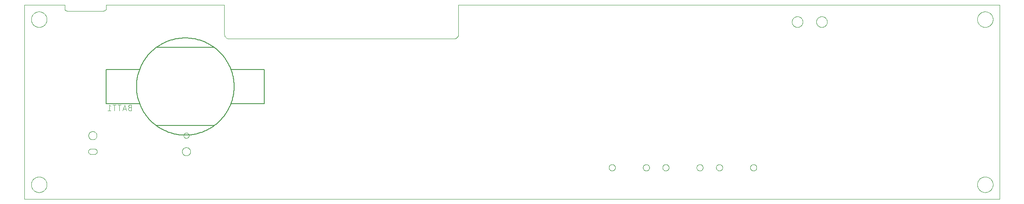
<source format=gbo>
G75*
%MOIN*%
%OFA0B0*%
%FSLAX25Y25*%
%IPPOS*%
%LPD*%
%AMOC8*
5,1,8,0,0,1.08239X$1,22.5*
%
%ADD10C,0.00000*%
%ADD11C,0.00500*%
%ADD12C,0.00400*%
D10*
X0060586Y0028959D02*
X0060586Y0186439D01*
X0093066Y0186439D01*
X0093066Y0183487D01*
X0093068Y0183401D01*
X0093073Y0183315D01*
X0093083Y0183230D01*
X0093096Y0183145D01*
X0093113Y0183061D01*
X0093133Y0182977D01*
X0093157Y0182895D01*
X0093185Y0182814D01*
X0093216Y0182733D01*
X0093250Y0182655D01*
X0093288Y0182578D01*
X0093330Y0182503D01*
X0093374Y0182429D01*
X0093422Y0182358D01*
X0093473Y0182288D01*
X0093527Y0182221D01*
X0093583Y0182157D01*
X0093643Y0182095D01*
X0093705Y0182035D01*
X0093769Y0181979D01*
X0093836Y0181925D01*
X0093906Y0181874D01*
X0093977Y0181826D01*
X0094051Y0181782D01*
X0094126Y0181740D01*
X0094203Y0181702D01*
X0094281Y0181668D01*
X0094362Y0181637D01*
X0094443Y0181609D01*
X0094525Y0181585D01*
X0094609Y0181565D01*
X0094693Y0181548D01*
X0094778Y0181535D01*
X0094863Y0181525D01*
X0094949Y0181520D01*
X0095035Y0181518D01*
X0124562Y0181518D01*
X0124648Y0181520D01*
X0124734Y0181525D01*
X0124819Y0181535D01*
X0124904Y0181548D01*
X0124988Y0181565D01*
X0125072Y0181585D01*
X0125154Y0181609D01*
X0125235Y0181637D01*
X0125316Y0181668D01*
X0125394Y0181702D01*
X0125471Y0181740D01*
X0125547Y0181782D01*
X0125620Y0181826D01*
X0125691Y0181874D01*
X0125761Y0181925D01*
X0125828Y0181979D01*
X0125892Y0182035D01*
X0125954Y0182095D01*
X0126014Y0182157D01*
X0126070Y0182221D01*
X0126124Y0182288D01*
X0126175Y0182358D01*
X0126223Y0182429D01*
X0126267Y0182503D01*
X0126309Y0182578D01*
X0126347Y0182655D01*
X0126381Y0182733D01*
X0126412Y0182814D01*
X0126440Y0182895D01*
X0126464Y0182977D01*
X0126484Y0183061D01*
X0126501Y0183145D01*
X0126514Y0183230D01*
X0126524Y0183315D01*
X0126529Y0183401D01*
X0126531Y0183487D01*
X0126531Y0186439D01*
X0222003Y0186439D01*
X0222003Y0162817D01*
X0222005Y0162693D01*
X0222011Y0162570D01*
X0222020Y0162446D01*
X0222034Y0162324D01*
X0222051Y0162201D01*
X0222073Y0162079D01*
X0222098Y0161958D01*
X0222127Y0161838D01*
X0222159Y0161719D01*
X0222196Y0161600D01*
X0222236Y0161483D01*
X0222279Y0161368D01*
X0222327Y0161253D01*
X0222378Y0161141D01*
X0222432Y0161030D01*
X0222490Y0160920D01*
X0222551Y0160813D01*
X0222616Y0160707D01*
X0222684Y0160604D01*
X0222755Y0160503D01*
X0222829Y0160404D01*
X0222906Y0160307D01*
X0222987Y0160213D01*
X0223070Y0160122D01*
X0223156Y0160033D01*
X0223245Y0159947D01*
X0223336Y0159864D01*
X0223430Y0159783D01*
X0223527Y0159706D01*
X0223626Y0159632D01*
X0223727Y0159561D01*
X0223830Y0159493D01*
X0223936Y0159428D01*
X0224043Y0159367D01*
X0224153Y0159309D01*
X0224264Y0159255D01*
X0224376Y0159204D01*
X0224491Y0159156D01*
X0224606Y0159113D01*
X0224723Y0159073D01*
X0224842Y0159036D01*
X0224961Y0159004D01*
X0225081Y0158975D01*
X0225202Y0158950D01*
X0225324Y0158928D01*
X0225447Y0158911D01*
X0225569Y0158897D01*
X0225693Y0158888D01*
X0225816Y0158882D01*
X0225940Y0158880D01*
X0407043Y0158880D01*
X0407167Y0158882D01*
X0407290Y0158888D01*
X0407414Y0158897D01*
X0407536Y0158911D01*
X0407659Y0158928D01*
X0407781Y0158950D01*
X0407902Y0158975D01*
X0408022Y0159004D01*
X0408141Y0159036D01*
X0408260Y0159073D01*
X0408377Y0159113D01*
X0408492Y0159156D01*
X0408607Y0159204D01*
X0408719Y0159255D01*
X0408830Y0159309D01*
X0408940Y0159367D01*
X0409047Y0159428D01*
X0409153Y0159493D01*
X0409256Y0159561D01*
X0409357Y0159632D01*
X0409456Y0159706D01*
X0409553Y0159783D01*
X0409647Y0159864D01*
X0409738Y0159947D01*
X0409827Y0160033D01*
X0409913Y0160122D01*
X0409996Y0160213D01*
X0410077Y0160307D01*
X0410154Y0160404D01*
X0410228Y0160503D01*
X0410299Y0160604D01*
X0410367Y0160707D01*
X0410432Y0160813D01*
X0410493Y0160920D01*
X0410551Y0161030D01*
X0410605Y0161141D01*
X0410656Y0161253D01*
X0410704Y0161368D01*
X0410747Y0161483D01*
X0410787Y0161600D01*
X0410824Y0161719D01*
X0410856Y0161838D01*
X0410885Y0161958D01*
X0410910Y0162079D01*
X0410932Y0162201D01*
X0410949Y0162324D01*
X0410963Y0162446D01*
X0410972Y0162570D01*
X0410978Y0162693D01*
X0410980Y0162817D01*
X0410980Y0186439D01*
X0847987Y0186439D01*
X0847987Y0028959D01*
X0060586Y0028959D01*
X0066098Y0040770D02*
X0066100Y0040928D01*
X0066106Y0041086D01*
X0066116Y0041244D01*
X0066130Y0041402D01*
X0066148Y0041559D01*
X0066169Y0041716D01*
X0066195Y0041872D01*
X0066225Y0042028D01*
X0066258Y0042183D01*
X0066296Y0042336D01*
X0066337Y0042489D01*
X0066382Y0042641D01*
X0066431Y0042792D01*
X0066484Y0042941D01*
X0066540Y0043089D01*
X0066600Y0043235D01*
X0066664Y0043380D01*
X0066732Y0043523D01*
X0066803Y0043665D01*
X0066877Y0043805D01*
X0066955Y0043942D01*
X0067037Y0044078D01*
X0067121Y0044212D01*
X0067210Y0044343D01*
X0067301Y0044472D01*
X0067396Y0044599D01*
X0067493Y0044724D01*
X0067594Y0044846D01*
X0067698Y0044965D01*
X0067805Y0045082D01*
X0067915Y0045196D01*
X0068028Y0045307D01*
X0068143Y0045416D01*
X0068261Y0045521D01*
X0068382Y0045623D01*
X0068505Y0045723D01*
X0068631Y0045819D01*
X0068759Y0045912D01*
X0068889Y0046002D01*
X0069022Y0046088D01*
X0069157Y0046172D01*
X0069293Y0046251D01*
X0069432Y0046328D01*
X0069573Y0046400D01*
X0069715Y0046470D01*
X0069859Y0046535D01*
X0070005Y0046597D01*
X0070152Y0046655D01*
X0070301Y0046710D01*
X0070451Y0046761D01*
X0070602Y0046808D01*
X0070754Y0046851D01*
X0070907Y0046890D01*
X0071062Y0046926D01*
X0071217Y0046957D01*
X0071373Y0046985D01*
X0071529Y0047009D01*
X0071686Y0047029D01*
X0071844Y0047045D01*
X0072001Y0047057D01*
X0072160Y0047065D01*
X0072318Y0047069D01*
X0072476Y0047069D01*
X0072634Y0047065D01*
X0072793Y0047057D01*
X0072950Y0047045D01*
X0073108Y0047029D01*
X0073265Y0047009D01*
X0073421Y0046985D01*
X0073577Y0046957D01*
X0073732Y0046926D01*
X0073887Y0046890D01*
X0074040Y0046851D01*
X0074192Y0046808D01*
X0074343Y0046761D01*
X0074493Y0046710D01*
X0074642Y0046655D01*
X0074789Y0046597D01*
X0074935Y0046535D01*
X0075079Y0046470D01*
X0075221Y0046400D01*
X0075362Y0046328D01*
X0075501Y0046251D01*
X0075637Y0046172D01*
X0075772Y0046088D01*
X0075905Y0046002D01*
X0076035Y0045912D01*
X0076163Y0045819D01*
X0076289Y0045723D01*
X0076412Y0045623D01*
X0076533Y0045521D01*
X0076651Y0045416D01*
X0076766Y0045307D01*
X0076879Y0045196D01*
X0076989Y0045082D01*
X0077096Y0044965D01*
X0077200Y0044846D01*
X0077301Y0044724D01*
X0077398Y0044599D01*
X0077493Y0044472D01*
X0077584Y0044343D01*
X0077673Y0044212D01*
X0077757Y0044078D01*
X0077839Y0043942D01*
X0077917Y0043805D01*
X0077991Y0043665D01*
X0078062Y0043523D01*
X0078130Y0043380D01*
X0078194Y0043235D01*
X0078254Y0043089D01*
X0078310Y0042941D01*
X0078363Y0042792D01*
X0078412Y0042641D01*
X0078457Y0042489D01*
X0078498Y0042336D01*
X0078536Y0042183D01*
X0078569Y0042028D01*
X0078599Y0041872D01*
X0078625Y0041716D01*
X0078646Y0041559D01*
X0078664Y0041402D01*
X0078678Y0041244D01*
X0078688Y0041086D01*
X0078694Y0040928D01*
X0078696Y0040770D01*
X0078694Y0040612D01*
X0078688Y0040454D01*
X0078678Y0040296D01*
X0078664Y0040138D01*
X0078646Y0039981D01*
X0078625Y0039824D01*
X0078599Y0039668D01*
X0078569Y0039512D01*
X0078536Y0039357D01*
X0078498Y0039204D01*
X0078457Y0039051D01*
X0078412Y0038899D01*
X0078363Y0038748D01*
X0078310Y0038599D01*
X0078254Y0038451D01*
X0078194Y0038305D01*
X0078130Y0038160D01*
X0078062Y0038017D01*
X0077991Y0037875D01*
X0077917Y0037735D01*
X0077839Y0037598D01*
X0077757Y0037462D01*
X0077673Y0037328D01*
X0077584Y0037197D01*
X0077493Y0037068D01*
X0077398Y0036941D01*
X0077301Y0036816D01*
X0077200Y0036694D01*
X0077096Y0036575D01*
X0076989Y0036458D01*
X0076879Y0036344D01*
X0076766Y0036233D01*
X0076651Y0036124D01*
X0076533Y0036019D01*
X0076412Y0035917D01*
X0076289Y0035817D01*
X0076163Y0035721D01*
X0076035Y0035628D01*
X0075905Y0035538D01*
X0075772Y0035452D01*
X0075637Y0035368D01*
X0075501Y0035289D01*
X0075362Y0035212D01*
X0075221Y0035140D01*
X0075079Y0035070D01*
X0074935Y0035005D01*
X0074789Y0034943D01*
X0074642Y0034885D01*
X0074493Y0034830D01*
X0074343Y0034779D01*
X0074192Y0034732D01*
X0074040Y0034689D01*
X0073887Y0034650D01*
X0073732Y0034614D01*
X0073577Y0034583D01*
X0073421Y0034555D01*
X0073265Y0034531D01*
X0073108Y0034511D01*
X0072950Y0034495D01*
X0072793Y0034483D01*
X0072634Y0034475D01*
X0072476Y0034471D01*
X0072318Y0034471D01*
X0072160Y0034475D01*
X0072001Y0034483D01*
X0071844Y0034495D01*
X0071686Y0034511D01*
X0071529Y0034531D01*
X0071373Y0034555D01*
X0071217Y0034583D01*
X0071062Y0034614D01*
X0070907Y0034650D01*
X0070754Y0034689D01*
X0070602Y0034732D01*
X0070451Y0034779D01*
X0070301Y0034830D01*
X0070152Y0034885D01*
X0070005Y0034943D01*
X0069859Y0035005D01*
X0069715Y0035070D01*
X0069573Y0035140D01*
X0069432Y0035212D01*
X0069293Y0035289D01*
X0069157Y0035368D01*
X0069022Y0035452D01*
X0068889Y0035538D01*
X0068759Y0035628D01*
X0068631Y0035721D01*
X0068505Y0035817D01*
X0068382Y0035917D01*
X0068261Y0036019D01*
X0068143Y0036124D01*
X0068028Y0036233D01*
X0067915Y0036344D01*
X0067805Y0036458D01*
X0067698Y0036575D01*
X0067594Y0036694D01*
X0067493Y0036816D01*
X0067396Y0036941D01*
X0067301Y0037068D01*
X0067210Y0037197D01*
X0067121Y0037328D01*
X0067037Y0037462D01*
X0066955Y0037598D01*
X0066877Y0037735D01*
X0066803Y0037875D01*
X0066732Y0038017D01*
X0066664Y0038160D01*
X0066600Y0038305D01*
X0066540Y0038451D01*
X0066484Y0038599D01*
X0066431Y0038748D01*
X0066382Y0038899D01*
X0066337Y0039051D01*
X0066296Y0039204D01*
X0066258Y0039357D01*
X0066225Y0039512D01*
X0066195Y0039668D01*
X0066169Y0039824D01*
X0066148Y0039981D01*
X0066130Y0040138D01*
X0066116Y0040296D01*
X0066106Y0040454D01*
X0066100Y0040612D01*
X0066098Y0040770D01*
X0114326Y0065376D02*
X0117082Y0065376D01*
X0117082Y0065377D02*
X0117174Y0065379D01*
X0117266Y0065385D01*
X0117357Y0065395D01*
X0117448Y0065408D01*
X0117538Y0065426D01*
X0117628Y0065447D01*
X0117716Y0065472D01*
X0117803Y0065501D01*
X0117889Y0065533D01*
X0117974Y0065569D01*
X0118057Y0065609D01*
X0118138Y0065652D01*
X0118217Y0065698D01*
X0118294Y0065748D01*
X0118369Y0065801D01*
X0118442Y0065858D01*
X0118512Y0065917D01*
X0118580Y0065979D01*
X0118645Y0066044D01*
X0118707Y0066112D01*
X0118766Y0066182D01*
X0118823Y0066255D01*
X0118876Y0066330D01*
X0118926Y0066407D01*
X0118972Y0066486D01*
X0119015Y0066567D01*
X0119055Y0066650D01*
X0119091Y0066735D01*
X0119123Y0066821D01*
X0119152Y0066908D01*
X0119177Y0066996D01*
X0119198Y0067086D01*
X0119216Y0067176D01*
X0119229Y0067267D01*
X0119239Y0067358D01*
X0119245Y0067450D01*
X0119247Y0067542D01*
X0119245Y0067634D01*
X0119239Y0067726D01*
X0119229Y0067817D01*
X0119216Y0067908D01*
X0119198Y0067998D01*
X0119177Y0068088D01*
X0119152Y0068176D01*
X0119123Y0068263D01*
X0119091Y0068349D01*
X0119055Y0068434D01*
X0119015Y0068517D01*
X0118972Y0068598D01*
X0118926Y0068677D01*
X0118876Y0068754D01*
X0118823Y0068829D01*
X0118766Y0068902D01*
X0118707Y0068972D01*
X0118645Y0069040D01*
X0118580Y0069105D01*
X0118512Y0069167D01*
X0118442Y0069226D01*
X0118369Y0069283D01*
X0118294Y0069336D01*
X0118217Y0069386D01*
X0118138Y0069432D01*
X0118057Y0069475D01*
X0117974Y0069515D01*
X0117889Y0069551D01*
X0117803Y0069583D01*
X0117716Y0069612D01*
X0117628Y0069637D01*
X0117538Y0069658D01*
X0117448Y0069676D01*
X0117357Y0069689D01*
X0117266Y0069699D01*
X0117174Y0069705D01*
X0117082Y0069707D01*
X0114326Y0069707D01*
X0114326Y0069708D02*
X0114234Y0069702D01*
X0114143Y0069692D01*
X0114052Y0069678D01*
X0113962Y0069660D01*
X0113873Y0069639D01*
X0113784Y0069613D01*
X0113697Y0069584D01*
X0113611Y0069552D01*
X0113527Y0069516D01*
X0113444Y0069476D01*
X0113363Y0069433D01*
X0113284Y0069386D01*
X0113207Y0069336D01*
X0113132Y0069283D01*
X0113059Y0069226D01*
X0112989Y0069167D01*
X0112922Y0069105D01*
X0112857Y0069040D01*
X0112795Y0068972D01*
X0112735Y0068902D01*
X0112679Y0068829D01*
X0112626Y0068754D01*
X0112577Y0068677D01*
X0112530Y0068598D01*
X0112487Y0068516D01*
X0112448Y0068433D01*
X0112412Y0068349D01*
X0112379Y0068263D01*
X0112351Y0068176D01*
X0112326Y0068087D01*
X0112304Y0067998D01*
X0112287Y0067908D01*
X0112273Y0067817D01*
X0112264Y0067726D01*
X0112258Y0067634D01*
X0112256Y0067542D01*
X0112258Y0067450D01*
X0112264Y0067358D01*
X0112273Y0067267D01*
X0112287Y0067176D01*
X0112304Y0067086D01*
X0112326Y0066997D01*
X0112351Y0066908D01*
X0112379Y0066821D01*
X0112412Y0066735D01*
X0112448Y0066651D01*
X0112487Y0066568D01*
X0112530Y0066486D01*
X0112577Y0066407D01*
X0112626Y0066330D01*
X0112679Y0066255D01*
X0112735Y0066182D01*
X0112795Y0066112D01*
X0112857Y0066044D01*
X0112922Y0065979D01*
X0112989Y0065917D01*
X0113059Y0065858D01*
X0113132Y0065801D01*
X0113207Y0065748D01*
X0113284Y0065698D01*
X0113363Y0065651D01*
X0113444Y0065608D01*
X0113527Y0065568D01*
X0113611Y0065532D01*
X0113697Y0065500D01*
X0113784Y0065471D01*
X0113873Y0065445D01*
X0113962Y0065424D01*
X0114052Y0065406D01*
X0114143Y0065392D01*
X0114234Y0065382D01*
X0114326Y0065376D01*
X0112358Y0080534D02*
X0112360Y0080649D01*
X0112366Y0080765D01*
X0112376Y0080880D01*
X0112390Y0080995D01*
X0112408Y0081109D01*
X0112430Y0081222D01*
X0112455Y0081335D01*
X0112485Y0081446D01*
X0112518Y0081557D01*
X0112555Y0081666D01*
X0112596Y0081774D01*
X0112641Y0081881D01*
X0112689Y0081986D01*
X0112741Y0082089D01*
X0112797Y0082190D01*
X0112856Y0082290D01*
X0112918Y0082387D01*
X0112984Y0082482D01*
X0113052Y0082575D01*
X0113124Y0082665D01*
X0113199Y0082753D01*
X0113278Y0082838D01*
X0113359Y0082920D01*
X0113442Y0083000D01*
X0113529Y0083076D01*
X0113618Y0083150D01*
X0113709Y0083220D01*
X0113803Y0083288D01*
X0113899Y0083352D01*
X0113998Y0083412D01*
X0114098Y0083469D01*
X0114200Y0083523D01*
X0114304Y0083573D01*
X0114410Y0083620D01*
X0114517Y0083663D01*
X0114626Y0083702D01*
X0114736Y0083737D01*
X0114847Y0083768D01*
X0114959Y0083796D01*
X0115072Y0083820D01*
X0115186Y0083840D01*
X0115301Y0083856D01*
X0115416Y0083868D01*
X0115531Y0083876D01*
X0115646Y0083880D01*
X0115762Y0083880D01*
X0115877Y0083876D01*
X0115992Y0083868D01*
X0116107Y0083856D01*
X0116222Y0083840D01*
X0116336Y0083820D01*
X0116449Y0083796D01*
X0116561Y0083768D01*
X0116672Y0083737D01*
X0116782Y0083702D01*
X0116891Y0083663D01*
X0116998Y0083620D01*
X0117104Y0083573D01*
X0117208Y0083523D01*
X0117310Y0083469D01*
X0117410Y0083412D01*
X0117509Y0083352D01*
X0117605Y0083288D01*
X0117699Y0083220D01*
X0117790Y0083150D01*
X0117879Y0083076D01*
X0117966Y0083000D01*
X0118049Y0082920D01*
X0118130Y0082838D01*
X0118209Y0082753D01*
X0118284Y0082665D01*
X0118356Y0082575D01*
X0118424Y0082482D01*
X0118490Y0082387D01*
X0118552Y0082290D01*
X0118611Y0082190D01*
X0118667Y0082089D01*
X0118719Y0081986D01*
X0118767Y0081881D01*
X0118812Y0081774D01*
X0118853Y0081666D01*
X0118890Y0081557D01*
X0118923Y0081446D01*
X0118953Y0081335D01*
X0118978Y0081222D01*
X0119000Y0081109D01*
X0119018Y0080995D01*
X0119032Y0080880D01*
X0119042Y0080765D01*
X0119048Y0080649D01*
X0119050Y0080534D01*
X0119048Y0080419D01*
X0119042Y0080303D01*
X0119032Y0080188D01*
X0119018Y0080073D01*
X0119000Y0079959D01*
X0118978Y0079846D01*
X0118953Y0079733D01*
X0118923Y0079622D01*
X0118890Y0079511D01*
X0118853Y0079402D01*
X0118812Y0079294D01*
X0118767Y0079187D01*
X0118719Y0079082D01*
X0118667Y0078979D01*
X0118611Y0078878D01*
X0118552Y0078778D01*
X0118490Y0078681D01*
X0118424Y0078586D01*
X0118356Y0078493D01*
X0118284Y0078403D01*
X0118209Y0078315D01*
X0118130Y0078230D01*
X0118049Y0078148D01*
X0117966Y0078068D01*
X0117879Y0077992D01*
X0117790Y0077918D01*
X0117699Y0077848D01*
X0117605Y0077780D01*
X0117509Y0077716D01*
X0117410Y0077656D01*
X0117310Y0077599D01*
X0117208Y0077545D01*
X0117104Y0077495D01*
X0116998Y0077448D01*
X0116891Y0077405D01*
X0116782Y0077366D01*
X0116672Y0077331D01*
X0116561Y0077300D01*
X0116449Y0077272D01*
X0116336Y0077248D01*
X0116222Y0077228D01*
X0116107Y0077212D01*
X0115992Y0077200D01*
X0115877Y0077192D01*
X0115762Y0077188D01*
X0115646Y0077188D01*
X0115531Y0077192D01*
X0115416Y0077200D01*
X0115301Y0077212D01*
X0115186Y0077228D01*
X0115072Y0077248D01*
X0114959Y0077272D01*
X0114847Y0077300D01*
X0114736Y0077331D01*
X0114626Y0077366D01*
X0114517Y0077405D01*
X0114410Y0077448D01*
X0114304Y0077495D01*
X0114200Y0077545D01*
X0114098Y0077599D01*
X0113998Y0077656D01*
X0113899Y0077716D01*
X0113803Y0077780D01*
X0113709Y0077848D01*
X0113618Y0077918D01*
X0113529Y0077992D01*
X0113442Y0078068D01*
X0113359Y0078148D01*
X0113278Y0078230D01*
X0113199Y0078315D01*
X0113124Y0078403D01*
X0113052Y0078493D01*
X0112984Y0078586D01*
X0112918Y0078681D01*
X0112856Y0078778D01*
X0112797Y0078878D01*
X0112741Y0078979D01*
X0112689Y0079082D01*
X0112641Y0079187D01*
X0112596Y0079294D01*
X0112555Y0079402D01*
X0112518Y0079511D01*
X0112485Y0079622D01*
X0112455Y0079733D01*
X0112430Y0079846D01*
X0112408Y0079959D01*
X0112390Y0080073D01*
X0112376Y0080188D01*
X0112366Y0080303D01*
X0112360Y0080419D01*
X0112358Y0080534D01*
X0189130Y0080534D02*
X0189132Y0080627D01*
X0189138Y0080719D01*
X0189148Y0080811D01*
X0189162Y0080902D01*
X0189179Y0080993D01*
X0189201Y0081083D01*
X0189226Y0081172D01*
X0189255Y0081260D01*
X0189288Y0081346D01*
X0189325Y0081431D01*
X0189365Y0081515D01*
X0189409Y0081596D01*
X0189456Y0081676D01*
X0189506Y0081754D01*
X0189560Y0081829D01*
X0189617Y0081902D01*
X0189677Y0081972D01*
X0189740Y0082040D01*
X0189806Y0082105D01*
X0189874Y0082167D01*
X0189945Y0082227D01*
X0190019Y0082283D01*
X0190095Y0082336D01*
X0190173Y0082385D01*
X0190253Y0082432D01*
X0190335Y0082474D01*
X0190419Y0082514D01*
X0190504Y0082549D01*
X0190591Y0082581D01*
X0190679Y0082610D01*
X0190768Y0082634D01*
X0190858Y0082655D01*
X0190949Y0082671D01*
X0191041Y0082684D01*
X0191133Y0082693D01*
X0191226Y0082698D01*
X0191318Y0082699D01*
X0191411Y0082696D01*
X0191503Y0082689D01*
X0191595Y0082678D01*
X0191686Y0082663D01*
X0191777Y0082645D01*
X0191867Y0082622D01*
X0191955Y0082596D01*
X0192043Y0082566D01*
X0192129Y0082532D01*
X0192213Y0082495D01*
X0192296Y0082453D01*
X0192377Y0082409D01*
X0192457Y0082361D01*
X0192534Y0082310D01*
X0192608Y0082255D01*
X0192681Y0082197D01*
X0192751Y0082137D01*
X0192818Y0082073D01*
X0192882Y0082007D01*
X0192944Y0081937D01*
X0193002Y0081866D01*
X0193057Y0081792D01*
X0193109Y0081715D01*
X0193158Y0081636D01*
X0193204Y0081556D01*
X0193246Y0081473D01*
X0193284Y0081389D01*
X0193319Y0081303D01*
X0193350Y0081216D01*
X0193377Y0081128D01*
X0193400Y0081038D01*
X0193420Y0080948D01*
X0193436Y0080857D01*
X0193448Y0080765D01*
X0193456Y0080673D01*
X0193460Y0080580D01*
X0193460Y0080488D01*
X0193456Y0080395D01*
X0193448Y0080303D01*
X0193436Y0080211D01*
X0193420Y0080120D01*
X0193400Y0080030D01*
X0193377Y0079940D01*
X0193350Y0079852D01*
X0193319Y0079765D01*
X0193284Y0079679D01*
X0193246Y0079595D01*
X0193204Y0079512D01*
X0193158Y0079432D01*
X0193109Y0079353D01*
X0193057Y0079276D01*
X0193002Y0079202D01*
X0192944Y0079131D01*
X0192882Y0079061D01*
X0192818Y0078995D01*
X0192751Y0078931D01*
X0192681Y0078871D01*
X0192608Y0078813D01*
X0192534Y0078758D01*
X0192457Y0078707D01*
X0192378Y0078659D01*
X0192296Y0078615D01*
X0192213Y0078573D01*
X0192129Y0078536D01*
X0192043Y0078502D01*
X0191955Y0078472D01*
X0191867Y0078446D01*
X0191777Y0078423D01*
X0191686Y0078405D01*
X0191595Y0078390D01*
X0191503Y0078379D01*
X0191411Y0078372D01*
X0191318Y0078369D01*
X0191226Y0078370D01*
X0191133Y0078375D01*
X0191041Y0078384D01*
X0190949Y0078397D01*
X0190858Y0078413D01*
X0190768Y0078434D01*
X0190679Y0078458D01*
X0190591Y0078487D01*
X0190504Y0078519D01*
X0190419Y0078554D01*
X0190335Y0078594D01*
X0190253Y0078636D01*
X0190173Y0078683D01*
X0190095Y0078732D01*
X0190019Y0078785D01*
X0189945Y0078841D01*
X0189874Y0078901D01*
X0189806Y0078963D01*
X0189740Y0079028D01*
X0189677Y0079096D01*
X0189617Y0079166D01*
X0189560Y0079239D01*
X0189506Y0079314D01*
X0189456Y0079392D01*
X0189409Y0079472D01*
X0189365Y0079553D01*
X0189325Y0079637D01*
X0189288Y0079722D01*
X0189255Y0079808D01*
X0189226Y0079896D01*
X0189201Y0079985D01*
X0189179Y0080075D01*
X0189162Y0080166D01*
X0189148Y0080257D01*
X0189138Y0080349D01*
X0189132Y0080441D01*
X0189130Y0080534D01*
X0187949Y0067542D02*
X0187951Y0067657D01*
X0187957Y0067773D01*
X0187967Y0067888D01*
X0187981Y0068003D01*
X0187999Y0068117D01*
X0188021Y0068230D01*
X0188046Y0068343D01*
X0188076Y0068454D01*
X0188109Y0068565D01*
X0188146Y0068674D01*
X0188187Y0068782D01*
X0188232Y0068889D01*
X0188280Y0068994D01*
X0188332Y0069097D01*
X0188388Y0069198D01*
X0188447Y0069298D01*
X0188509Y0069395D01*
X0188575Y0069490D01*
X0188643Y0069583D01*
X0188715Y0069673D01*
X0188790Y0069761D01*
X0188869Y0069846D01*
X0188950Y0069928D01*
X0189033Y0070008D01*
X0189120Y0070084D01*
X0189209Y0070158D01*
X0189300Y0070228D01*
X0189394Y0070296D01*
X0189490Y0070360D01*
X0189589Y0070420D01*
X0189689Y0070477D01*
X0189791Y0070531D01*
X0189895Y0070581D01*
X0190001Y0070628D01*
X0190108Y0070671D01*
X0190217Y0070710D01*
X0190327Y0070745D01*
X0190438Y0070776D01*
X0190550Y0070804D01*
X0190663Y0070828D01*
X0190777Y0070848D01*
X0190892Y0070864D01*
X0191007Y0070876D01*
X0191122Y0070884D01*
X0191237Y0070888D01*
X0191353Y0070888D01*
X0191468Y0070884D01*
X0191583Y0070876D01*
X0191698Y0070864D01*
X0191813Y0070848D01*
X0191927Y0070828D01*
X0192040Y0070804D01*
X0192152Y0070776D01*
X0192263Y0070745D01*
X0192373Y0070710D01*
X0192482Y0070671D01*
X0192589Y0070628D01*
X0192695Y0070581D01*
X0192799Y0070531D01*
X0192901Y0070477D01*
X0193001Y0070420D01*
X0193100Y0070360D01*
X0193196Y0070296D01*
X0193290Y0070228D01*
X0193381Y0070158D01*
X0193470Y0070084D01*
X0193557Y0070008D01*
X0193640Y0069928D01*
X0193721Y0069846D01*
X0193800Y0069761D01*
X0193875Y0069673D01*
X0193947Y0069583D01*
X0194015Y0069490D01*
X0194081Y0069395D01*
X0194143Y0069298D01*
X0194202Y0069198D01*
X0194258Y0069097D01*
X0194310Y0068994D01*
X0194358Y0068889D01*
X0194403Y0068782D01*
X0194444Y0068674D01*
X0194481Y0068565D01*
X0194514Y0068454D01*
X0194544Y0068343D01*
X0194569Y0068230D01*
X0194591Y0068117D01*
X0194609Y0068003D01*
X0194623Y0067888D01*
X0194633Y0067773D01*
X0194639Y0067657D01*
X0194641Y0067542D01*
X0194639Y0067427D01*
X0194633Y0067311D01*
X0194623Y0067196D01*
X0194609Y0067081D01*
X0194591Y0066967D01*
X0194569Y0066854D01*
X0194544Y0066741D01*
X0194514Y0066630D01*
X0194481Y0066519D01*
X0194444Y0066410D01*
X0194403Y0066302D01*
X0194358Y0066195D01*
X0194310Y0066090D01*
X0194258Y0065987D01*
X0194202Y0065886D01*
X0194143Y0065786D01*
X0194081Y0065689D01*
X0194015Y0065594D01*
X0193947Y0065501D01*
X0193875Y0065411D01*
X0193800Y0065323D01*
X0193721Y0065238D01*
X0193640Y0065156D01*
X0193557Y0065076D01*
X0193470Y0065000D01*
X0193381Y0064926D01*
X0193290Y0064856D01*
X0193196Y0064788D01*
X0193100Y0064724D01*
X0193001Y0064664D01*
X0192901Y0064607D01*
X0192799Y0064553D01*
X0192695Y0064503D01*
X0192589Y0064456D01*
X0192482Y0064413D01*
X0192373Y0064374D01*
X0192263Y0064339D01*
X0192152Y0064308D01*
X0192040Y0064280D01*
X0191927Y0064256D01*
X0191813Y0064236D01*
X0191698Y0064220D01*
X0191583Y0064208D01*
X0191468Y0064200D01*
X0191353Y0064196D01*
X0191237Y0064196D01*
X0191122Y0064200D01*
X0191007Y0064208D01*
X0190892Y0064220D01*
X0190777Y0064236D01*
X0190663Y0064256D01*
X0190550Y0064280D01*
X0190438Y0064308D01*
X0190327Y0064339D01*
X0190217Y0064374D01*
X0190108Y0064413D01*
X0190001Y0064456D01*
X0189895Y0064503D01*
X0189791Y0064553D01*
X0189689Y0064607D01*
X0189589Y0064664D01*
X0189490Y0064724D01*
X0189394Y0064788D01*
X0189300Y0064856D01*
X0189209Y0064926D01*
X0189120Y0065000D01*
X0189033Y0065076D01*
X0188950Y0065156D01*
X0188869Y0065238D01*
X0188790Y0065323D01*
X0188715Y0065411D01*
X0188643Y0065501D01*
X0188575Y0065594D01*
X0188509Y0065689D01*
X0188447Y0065786D01*
X0188388Y0065886D01*
X0188332Y0065987D01*
X0188280Y0066090D01*
X0188232Y0066195D01*
X0188187Y0066302D01*
X0188146Y0066410D01*
X0188109Y0066519D01*
X0188076Y0066630D01*
X0188046Y0066741D01*
X0188021Y0066854D01*
X0187999Y0066967D01*
X0187981Y0067081D01*
X0187967Y0067196D01*
X0187957Y0067311D01*
X0187951Y0067427D01*
X0187949Y0067542D01*
X0066098Y0174628D02*
X0066100Y0174786D01*
X0066106Y0174944D01*
X0066116Y0175102D01*
X0066130Y0175260D01*
X0066148Y0175417D01*
X0066169Y0175574D01*
X0066195Y0175730D01*
X0066225Y0175886D01*
X0066258Y0176041D01*
X0066296Y0176194D01*
X0066337Y0176347D01*
X0066382Y0176499D01*
X0066431Y0176650D01*
X0066484Y0176799D01*
X0066540Y0176947D01*
X0066600Y0177093D01*
X0066664Y0177238D01*
X0066732Y0177381D01*
X0066803Y0177523D01*
X0066877Y0177663D01*
X0066955Y0177800D01*
X0067037Y0177936D01*
X0067121Y0178070D01*
X0067210Y0178201D01*
X0067301Y0178330D01*
X0067396Y0178457D01*
X0067493Y0178582D01*
X0067594Y0178704D01*
X0067698Y0178823D01*
X0067805Y0178940D01*
X0067915Y0179054D01*
X0068028Y0179165D01*
X0068143Y0179274D01*
X0068261Y0179379D01*
X0068382Y0179481D01*
X0068505Y0179581D01*
X0068631Y0179677D01*
X0068759Y0179770D01*
X0068889Y0179860D01*
X0069022Y0179946D01*
X0069157Y0180030D01*
X0069293Y0180109D01*
X0069432Y0180186D01*
X0069573Y0180258D01*
X0069715Y0180328D01*
X0069859Y0180393D01*
X0070005Y0180455D01*
X0070152Y0180513D01*
X0070301Y0180568D01*
X0070451Y0180619D01*
X0070602Y0180666D01*
X0070754Y0180709D01*
X0070907Y0180748D01*
X0071062Y0180784D01*
X0071217Y0180815D01*
X0071373Y0180843D01*
X0071529Y0180867D01*
X0071686Y0180887D01*
X0071844Y0180903D01*
X0072001Y0180915D01*
X0072160Y0180923D01*
X0072318Y0180927D01*
X0072476Y0180927D01*
X0072634Y0180923D01*
X0072793Y0180915D01*
X0072950Y0180903D01*
X0073108Y0180887D01*
X0073265Y0180867D01*
X0073421Y0180843D01*
X0073577Y0180815D01*
X0073732Y0180784D01*
X0073887Y0180748D01*
X0074040Y0180709D01*
X0074192Y0180666D01*
X0074343Y0180619D01*
X0074493Y0180568D01*
X0074642Y0180513D01*
X0074789Y0180455D01*
X0074935Y0180393D01*
X0075079Y0180328D01*
X0075221Y0180258D01*
X0075362Y0180186D01*
X0075501Y0180109D01*
X0075637Y0180030D01*
X0075772Y0179946D01*
X0075905Y0179860D01*
X0076035Y0179770D01*
X0076163Y0179677D01*
X0076289Y0179581D01*
X0076412Y0179481D01*
X0076533Y0179379D01*
X0076651Y0179274D01*
X0076766Y0179165D01*
X0076879Y0179054D01*
X0076989Y0178940D01*
X0077096Y0178823D01*
X0077200Y0178704D01*
X0077301Y0178582D01*
X0077398Y0178457D01*
X0077493Y0178330D01*
X0077584Y0178201D01*
X0077673Y0178070D01*
X0077757Y0177936D01*
X0077839Y0177800D01*
X0077917Y0177663D01*
X0077991Y0177523D01*
X0078062Y0177381D01*
X0078130Y0177238D01*
X0078194Y0177093D01*
X0078254Y0176947D01*
X0078310Y0176799D01*
X0078363Y0176650D01*
X0078412Y0176499D01*
X0078457Y0176347D01*
X0078498Y0176194D01*
X0078536Y0176041D01*
X0078569Y0175886D01*
X0078599Y0175730D01*
X0078625Y0175574D01*
X0078646Y0175417D01*
X0078664Y0175260D01*
X0078678Y0175102D01*
X0078688Y0174944D01*
X0078694Y0174786D01*
X0078696Y0174628D01*
X0078694Y0174470D01*
X0078688Y0174312D01*
X0078678Y0174154D01*
X0078664Y0173996D01*
X0078646Y0173839D01*
X0078625Y0173682D01*
X0078599Y0173526D01*
X0078569Y0173370D01*
X0078536Y0173215D01*
X0078498Y0173062D01*
X0078457Y0172909D01*
X0078412Y0172757D01*
X0078363Y0172606D01*
X0078310Y0172457D01*
X0078254Y0172309D01*
X0078194Y0172163D01*
X0078130Y0172018D01*
X0078062Y0171875D01*
X0077991Y0171733D01*
X0077917Y0171593D01*
X0077839Y0171456D01*
X0077757Y0171320D01*
X0077673Y0171186D01*
X0077584Y0171055D01*
X0077493Y0170926D01*
X0077398Y0170799D01*
X0077301Y0170674D01*
X0077200Y0170552D01*
X0077096Y0170433D01*
X0076989Y0170316D01*
X0076879Y0170202D01*
X0076766Y0170091D01*
X0076651Y0169982D01*
X0076533Y0169877D01*
X0076412Y0169775D01*
X0076289Y0169675D01*
X0076163Y0169579D01*
X0076035Y0169486D01*
X0075905Y0169396D01*
X0075772Y0169310D01*
X0075637Y0169226D01*
X0075501Y0169147D01*
X0075362Y0169070D01*
X0075221Y0168998D01*
X0075079Y0168928D01*
X0074935Y0168863D01*
X0074789Y0168801D01*
X0074642Y0168743D01*
X0074493Y0168688D01*
X0074343Y0168637D01*
X0074192Y0168590D01*
X0074040Y0168547D01*
X0073887Y0168508D01*
X0073732Y0168472D01*
X0073577Y0168441D01*
X0073421Y0168413D01*
X0073265Y0168389D01*
X0073108Y0168369D01*
X0072950Y0168353D01*
X0072793Y0168341D01*
X0072634Y0168333D01*
X0072476Y0168329D01*
X0072318Y0168329D01*
X0072160Y0168333D01*
X0072001Y0168341D01*
X0071844Y0168353D01*
X0071686Y0168369D01*
X0071529Y0168389D01*
X0071373Y0168413D01*
X0071217Y0168441D01*
X0071062Y0168472D01*
X0070907Y0168508D01*
X0070754Y0168547D01*
X0070602Y0168590D01*
X0070451Y0168637D01*
X0070301Y0168688D01*
X0070152Y0168743D01*
X0070005Y0168801D01*
X0069859Y0168863D01*
X0069715Y0168928D01*
X0069573Y0168998D01*
X0069432Y0169070D01*
X0069293Y0169147D01*
X0069157Y0169226D01*
X0069022Y0169310D01*
X0068889Y0169396D01*
X0068759Y0169486D01*
X0068631Y0169579D01*
X0068505Y0169675D01*
X0068382Y0169775D01*
X0068261Y0169877D01*
X0068143Y0169982D01*
X0068028Y0170091D01*
X0067915Y0170202D01*
X0067805Y0170316D01*
X0067698Y0170433D01*
X0067594Y0170552D01*
X0067493Y0170674D01*
X0067396Y0170799D01*
X0067301Y0170926D01*
X0067210Y0171055D01*
X0067121Y0171186D01*
X0067037Y0171320D01*
X0066955Y0171456D01*
X0066877Y0171593D01*
X0066803Y0171733D01*
X0066732Y0171875D01*
X0066664Y0172018D01*
X0066600Y0172163D01*
X0066540Y0172309D01*
X0066484Y0172457D01*
X0066431Y0172606D01*
X0066382Y0172757D01*
X0066337Y0172909D01*
X0066296Y0173062D01*
X0066258Y0173215D01*
X0066225Y0173370D01*
X0066195Y0173526D01*
X0066169Y0173682D01*
X0066148Y0173839D01*
X0066130Y0173996D01*
X0066116Y0174154D01*
X0066106Y0174312D01*
X0066100Y0174470D01*
X0066098Y0174628D01*
X0532436Y0054550D02*
X0532438Y0054651D01*
X0532444Y0054752D01*
X0532454Y0054853D01*
X0532468Y0054953D01*
X0532486Y0055052D01*
X0532508Y0055151D01*
X0532533Y0055249D01*
X0532563Y0055346D01*
X0532596Y0055441D01*
X0532633Y0055535D01*
X0532674Y0055628D01*
X0532718Y0055719D01*
X0532766Y0055808D01*
X0532818Y0055895D01*
X0532873Y0055980D01*
X0532931Y0056062D01*
X0532992Y0056143D01*
X0533057Y0056221D01*
X0533124Y0056296D01*
X0533194Y0056368D01*
X0533268Y0056438D01*
X0533344Y0056505D01*
X0533422Y0056569D01*
X0533503Y0056629D01*
X0533586Y0056686D01*
X0533672Y0056740D01*
X0533760Y0056791D01*
X0533849Y0056838D01*
X0533940Y0056882D01*
X0534033Y0056921D01*
X0534128Y0056958D01*
X0534223Y0056990D01*
X0534320Y0057019D01*
X0534419Y0057043D01*
X0534517Y0057064D01*
X0534617Y0057081D01*
X0534717Y0057094D01*
X0534818Y0057103D01*
X0534919Y0057108D01*
X0535020Y0057109D01*
X0535121Y0057106D01*
X0535222Y0057099D01*
X0535323Y0057088D01*
X0535423Y0057073D01*
X0535522Y0057054D01*
X0535621Y0057031D01*
X0535718Y0057005D01*
X0535815Y0056974D01*
X0535910Y0056940D01*
X0536003Y0056902D01*
X0536096Y0056860D01*
X0536186Y0056815D01*
X0536275Y0056766D01*
X0536361Y0056714D01*
X0536445Y0056658D01*
X0536528Y0056599D01*
X0536607Y0056537D01*
X0536685Y0056472D01*
X0536759Y0056404D01*
X0536831Y0056332D01*
X0536900Y0056259D01*
X0536966Y0056182D01*
X0537029Y0056103D01*
X0537089Y0056021D01*
X0537145Y0055937D01*
X0537198Y0055851D01*
X0537248Y0055763D01*
X0537294Y0055673D01*
X0537337Y0055582D01*
X0537376Y0055488D01*
X0537411Y0055393D01*
X0537442Y0055297D01*
X0537470Y0055200D01*
X0537494Y0055102D01*
X0537514Y0055003D01*
X0537530Y0054903D01*
X0537542Y0054802D01*
X0537550Y0054702D01*
X0537554Y0054601D01*
X0537554Y0054499D01*
X0537550Y0054398D01*
X0537542Y0054298D01*
X0537530Y0054197D01*
X0537514Y0054097D01*
X0537494Y0053998D01*
X0537470Y0053900D01*
X0537442Y0053803D01*
X0537411Y0053707D01*
X0537376Y0053612D01*
X0537337Y0053518D01*
X0537294Y0053427D01*
X0537248Y0053337D01*
X0537198Y0053249D01*
X0537145Y0053163D01*
X0537089Y0053079D01*
X0537029Y0052997D01*
X0536966Y0052918D01*
X0536900Y0052841D01*
X0536831Y0052768D01*
X0536759Y0052696D01*
X0536685Y0052628D01*
X0536607Y0052563D01*
X0536528Y0052501D01*
X0536445Y0052442D01*
X0536361Y0052386D01*
X0536274Y0052334D01*
X0536186Y0052285D01*
X0536096Y0052240D01*
X0536003Y0052198D01*
X0535910Y0052160D01*
X0535815Y0052126D01*
X0535718Y0052095D01*
X0535621Y0052069D01*
X0535522Y0052046D01*
X0535423Y0052027D01*
X0535323Y0052012D01*
X0535222Y0052001D01*
X0535121Y0051994D01*
X0535020Y0051991D01*
X0534919Y0051992D01*
X0534818Y0051997D01*
X0534717Y0052006D01*
X0534617Y0052019D01*
X0534517Y0052036D01*
X0534419Y0052057D01*
X0534320Y0052081D01*
X0534223Y0052110D01*
X0534128Y0052142D01*
X0534033Y0052179D01*
X0533940Y0052218D01*
X0533849Y0052262D01*
X0533760Y0052309D01*
X0533672Y0052360D01*
X0533586Y0052414D01*
X0533503Y0052471D01*
X0533422Y0052531D01*
X0533344Y0052595D01*
X0533268Y0052662D01*
X0533194Y0052732D01*
X0533124Y0052804D01*
X0533057Y0052879D01*
X0532992Y0052957D01*
X0532931Y0053038D01*
X0532873Y0053120D01*
X0532818Y0053205D01*
X0532766Y0053292D01*
X0532718Y0053381D01*
X0532674Y0053472D01*
X0532633Y0053565D01*
X0532596Y0053659D01*
X0532563Y0053754D01*
X0532533Y0053851D01*
X0532508Y0053949D01*
X0532486Y0054048D01*
X0532468Y0054147D01*
X0532454Y0054247D01*
X0532444Y0054348D01*
X0532438Y0054449D01*
X0532436Y0054550D01*
X0559995Y0054550D02*
X0559997Y0054651D01*
X0560003Y0054752D01*
X0560013Y0054853D01*
X0560027Y0054953D01*
X0560045Y0055052D01*
X0560067Y0055151D01*
X0560092Y0055249D01*
X0560122Y0055346D01*
X0560155Y0055441D01*
X0560192Y0055535D01*
X0560233Y0055628D01*
X0560277Y0055719D01*
X0560325Y0055808D01*
X0560377Y0055895D01*
X0560432Y0055980D01*
X0560490Y0056062D01*
X0560551Y0056143D01*
X0560616Y0056221D01*
X0560683Y0056296D01*
X0560753Y0056368D01*
X0560827Y0056438D01*
X0560903Y0056505D01*
X0560981Y0056569D01*
X0561062Y0056629D01*
X0561145Y0056686D01*
X0561231Y0056740D01*
X0561319Y0056791D01*
X0561408Y0056838D01*
X0561499Y0056882D01*
X0561592Y0056921D01*
X0561687Y0056958D01*
X0561782Y0056990D01*
X0561879Y0057019D01*
X0561978Y0057043D01*
X0562076Y0057064D01*
X0562176Y0057081D01*
X0562276Y0057094D01*
X0562377Y0057103D01*
X0562478Y0057108D01*
X0562579Y0057109D01*
X0562680Y0057106D01*
X0562781Y0057099D01*
X0562882Y0057088D01*
X0562982Y0057073D01*
X0563081Y0057054D01*
X0563180Y0057031D01*
X0563277Y0057005D01*
X0563374Y0056974D01*
X0563469Y0056940D01*
X0563562Y0056902D01*
X0563655Y0056860D01*
X0563745Y0056815D01*
X0563834Y0056766D01*
X0563920Y0056714D01*
X0564004Y0056658D01*
X0564087Y0056599D01*
X0564166Y0056537D01*
X0564244Y0056472D01*
X0564318Y0056404D01*
X0564390Y0056332D01*
X0564459Y0056259D01*
X0564525Y0056182D01*
X0564588Y0056103D01*
X0564648Y0056021D01*
X0564704Y0055937D01*
X0564757Y0055851D01*
X0564807Y0055763D01*
X0564853Y0055673D01*
X0564896Y0055582D01*
X0564935Y0055488D01*
X0564970Y0055393D01*
X0565001Y0055297D01*
X0565029Y0055200D01*
X0565053Y0055102D01*
X0565073Y0055003D01*
X0565089Y0054903D01*
X0565101Y0054802D01*
X0565109Y0054702D01*
X0565113Y0054601D01*
X0565113Y0054499D01*
X0565109Y0054398D01*
X0565101Y0054298D01*
X0565089Y0054197D01*
X0565073Y0054097D01*
X0565053Y0053998D01*
X0565029Y0053900D01*
X0565001Y0053803D01*
X0564970Y0053707D01*
X0564935Y0053612D01*
X0564896Y0053518D01*
X0564853Y0053427D01*
X0564807Y0053337D01*
X0564757Y0053249D01*
X0564704Y0053163D01*
X0564648Y0053079D01*
X0564588Y0052997D01*
X0564525Y0052918D01*
X0564459Y0052841D01*
X0564390Y0052768D01*
X0564318Y0052696D01*
X0564244Y0052628D01*
X0564166Y0052563D01*
X0564087Y0052501D01*
X0564004Y0052442D01*
X0563920Y0052386D01*
X0563833Y0052334D01*
X0563745Y0052285D01*
X0563655Y0052240D01*
X0563562Y0052198D01*
X0563469Y0052160D01*
X0563374Y0052126D01*
X0563277Y0052095D01*
X0563180Y0052069D01*
X0563081Y0052046D01*
X0562982Y0052027D01*
X0562882Y0052012D01*
X0562781Y0052001D01*
X0562680Y0051994D01*
X0562579Y0051991D01*
X0562478Y0051992D01*
X0562377Y0051997D01*
X0562276Y0052006D01*
X0562176Y0052019D01*
X0562076Y0052036D01*
X0561978Y0052057D01*
X0561879Y0052081D01*
X0561782Y0052110D01*
X0561687Y0052142D01*
X0561592Y0052179D01*
X0561499Y0052218D01*
X0561408Y0052262D01*
X0561319Y0052309D01*
X0561231Y0052360D01*
X0561145Y0052414D01*
X0561062Y0052471D01*
X0560981Y0052531D01*
X0560903Y0052595D01*
X0560827Y0052662D01*
X0560753Y0052732D01*
X0560683Y0052804D01*
X0560616Y0052879D01*
X0560551Y0052957D01*
X0560490Y0053038D01*
X0560432Y0053120D01*
X0560377Y0053205D01*
X0560325Y0053292D01*
X0560277Y0053381D01*
X0560233Y0053472D01*
X0560192Y0053565D01*
X0560155Y0053659D01*
X0560122Y0053754D01*
X0560092Y0053851D01*
X0560067Y0053949D01*
X0560045Y0054048D01*
X0560027Y0054147D01*
X0560013Y0054247D01*
X0560003Y0054348D01*
X0559997Y0054449D01*
X0559995Y0054550D01*
X0575743Y0054550D02*
X0575745Y0054651D01*
X0575751Y0054752D01*
X0575761Y0054853D01*
X0575775Y0054953D01*
X0575793Y0055052D01*
X0575815Y0055151D01*
X0575840Y0055249D01*
X0575870Y0055346D01*
X0575903Y0055441D01*
X0575940Y0055535D01*
X0575981Y0055628D01*
X0576025Y0055719D01*
X0576073Y0055808D01*
X0576125Y0055895D01*
X0576180Y0055980D01*
X0576238Y0056062D01*
X0576299Y0056143D01*
X0576364Y0056221D01*
X0576431Y0056296D01*
X0576501Y0056368D01*
X0576575Y0056438D01*
X0576651Y0056505D01*
X0576729Y0056569D01*
X0576810Y0056629D01*
X0576893Y0056686D01*
X0576979Y0056740D01*
X0577067Y0056791D01*
X0577156Y0056838D01*
X0577247Y0056882D01*
X0577340Y0056921D01*
X0577435Y0056958D01*
X0577530Y0056990D01*
X0577627Y0057019D01*
X0577726Y0057043D01*
X0577824Y0057064D01*
X0577924Y0057081D01*
X0578024Y0057094D01*
X0578125Y0057103D01*
X0578226Y0057108D01*
X0578327Y0057109D01*
X0578428Y0057106D01*
X0578529Y0057099D01*
X0578630Y0057088D01*
X0578730Y0057073D01*
X0578829Y0057054D01*
X0578928Y0057031D01*
X0579025Y0057005D01*
X0579122Y0056974D01*
X0579217Y0056940D01*
X0579310Y0056902D01*
X0579403Y0056860D01*
X0579493Y0056815D01*
X0579582Y0056766D01*
X0579668Y0056714D01*
X0579752Y0056658D01*
X0579835Y0056599D01*
X0579914Y0056537D01*
X0579992Y0056472D01*
X0580066Y0056404D01*
X0580138Y0056332D01*
X0580207Y0056259D01*
X0580273Y0056182D01*
X0580336Y0056103D01*
X0580396Y0056021D01*
X0580452Y0055937D01*
X0580505Y0055851D01*
X0580555Y0055763D01*
X0580601Y0055673D01*
X0580644Y0055582D01*
X0580683Y0055488D01*
X0580718Y0055393D01*
X0580749Y0055297D01*
X0580777Y0055200D01*
X0580801Y0055102D01*
X0580821Y0055003D01*
X0580837Y0054903D01*
X0580849Y0054802D01*
X0580857Y0054702D01*
X0580861Y0054601D01*
X0580861Y0054499D01*
X0580857Y0054398D01*
X0580849Y0054298D01*
X0580837Y0054197D01*
X0580821Y0054097D01*
X0580801Y0053998D01*
X0580777Y0053900D01*
X0580749Y0053803D01*
X0580718Y0053707D01*
X0580683Y0053612D01*
X0580644Y0053518D01*
X0580601Y0053427D01*
X0580555Y0053337D01*
X0580505Y0053249D01*
X0580452Y0053163D01*
X0580396Y0053079D01*
X0580336Y0052997D01*
X0580273Y0052918D01*
X0580207Y0052841D01*
X0580138Y0052768D01*
X0580066Y0052696D01*
X0579992Y0052628D01*
X0579914Y0052563D01*
X0579835Y0052501D01*
X0579752Y0052442D01*
X0579668Y0052386D01*
X0579581Y0052334D01*
X0579493Y0052285D01*
X0579403Y0052240D01*
X0579310Y0052198D01*
X0579217Y0052160D01*
X0579122Y0052126D01*
X0579025Y0052095D01*
X0578928Y0052069D01*
X0578829Y0052046D01*
X0578730Y0052027D01*
X0578630Y0052012D01*
X0578529Y0052001D01*
X0578428Y0051994D01*
X0578327Y0051991D01*
X0578226Y0051992D01*
X0578125Y0051997D01*
X0578024Y0052006D01*
X0577924Y0052019D01*
X0577824Y0052036D01*
X0577726Y0052057D01*
X0577627Y0052081D01*
X0577530Y0052110D01*
X0577435Y0052142D01*
X0577340Y0052179D01*
X0577247Y0052218D01*
X0577156Y0052262D01*
X0577067Y0052309D01*
X0576979Y0052360D01*
X0576893Y0052414D01*
X0576810Y0052471D01*
X0576729Y0052531D01*
X0576651Y0052595D01*
X0576575Y0052662D01*
X0576501Y0052732D01*
X0576431Y0052804D01*
X0576364Y0052879D01*
X0576299Y0052957D01*
X0576238Y0053038D01*
X0576180Y0053120D01*
X0576125Y0053205D01*
X0576073Y0053292D01*
X0576025Y0053381D01*
X0575981Y0053472D01*
X0575940Y0053565D01*
X0575903Y0053659D01*
X0575870Y0053754D01*
X0575840Y0053851D01*
X0575815Y0053949D01*
X0575793Y0054048D01*
X0575775Y0054147D01*
X0575761Y0054247D01*
X0575751Y0054348D01*
X0575745Y0054449D01*
X0575743Y0054550D01*
X0603302Y0054550D02*
X0603304Y0054651D01*
X0603310Y0054752D01*
X0603320Y0054853D01*
X0603334Y0054953D01*
X0603352Y0055052D01*
X0603374Y0055151D01*
X0603399Y0055249D01*
X0603429Y0055346D01*
X0603462Y0055441D01*
X0603499Y0055535D01*
X0603540Y0055628D01*
X0603584Y0055719D01*
X0603632Y0055808D01*
X0603684Y0055895D01*
X0603739Y0055980D01*
X0603797Y0056062D01*
X0603858Y0056143D01*
X0603923Y0056221D01*
X0603990Y0056296D01*
X0604060Y0056368D01*
X0604134Y0056438D01*
X0604210Y0056505D01*
X0604288Y0056569D01*
X0604369Y0056629D01*
X0604452Y0056686D01*
X0604538Y0056740D01*
X0604626Y0056791D01*
X0604715Y0056838D01*
X0604806Y0056882D01*
X0604899Y0056921D01*
X0604994Y0056958D01*
X0605089Y0056990D01*
X0605186Y0057019D01*
X0605285Y0057043D01*
X0605383Y0057064D01*
X0605483Y0057081D01*
X0605583Y0057094D01*
X0605684Y0057103D01*
X0605785Y0057108D01*
X0605886Y0057109D01*
X0605987Y0057106D01*
X0606088Y0057099D01*
X0606189Y0057088D01*
X0606289Y0057073D01*
X0606388Y0057054D01*
X0606487Y0057031D01*
X0606584Y0057005D01*
X0606681Y0056974D01*
X0606776Y0056940D01*
X0606869Y0056902D01*
X0606962Y0056860D01*
X0607052Y0056815D01*
X0607141Y0056766D01*
X0607227Y0056714D01*
X0607311Y0056658D01*
X0607394Y0056599D01*
X0607473Y0056537D01*
X0607551Y0056472D01*
X0607625Y0056404D01*
X0607697Y0056332D01*
X0607766Y0056259D01*
X0607832Y0056182D01*
X0607895Y0056103D01*
X0607955Y0056021D01*
X0608011Y0055937D01*
X0608064Y0055851D01*
X0608114Y0055763D01*
X0608160Y0055673D01*
X0608203Y0055582D01*
X0608242Y0055488D01*
X0608277Y0055393D01*
X0608308Y0055297D01*
X0608336Y0055200D01*
X0608360Y0055102D01*
X0608380Y0055003D01*
X0608396Y0054903D01*
X0608408Y0054802D01*
X0608416Y0054702D01*
X0608420Y0054601D01*
X0608420Y0054499D01*
X0608416Y0054398D01*
X0608408Y0054298D01*
X0608396Y0054197D01*
X0608380Y0054097D01*
X0608360Y0053998D01*
X0608336Y0053900D01*
X0608308Y0053803D01*
X0608277Y0053707D01*
X0608242Y0053612D01*
X0608203Y0053518D01*
X0608160Y0053427D01*
X0608114Y0053337D01*
X0608064Y0053249D01*
X0608011Y0053163D01*
X0607955Y0053079D01*
X0607895Y0052997D01*
X0607832Y0052918D01*
X0607766Y0052841D01*
X0607697Y0052768D01*
X0607625Y0052696D01*
X0607551Y0052628D01*
X0607473Y0052563D01*
X0607394Y0052501D01*
X0607311Y0052442D01*
X0607227Y0052386D01*
X0607140Y0052334D01*
X0607052Y0052285D01*
X0606962Y0052240D01*
X0606869Y0052198D01*
X0606776Y0052160D01*
X0606681Y0052126D01*
X0606584Y0052095D01*
X0606487Y0052069D01*
X0606388Y0052046D01*
X0606289Y0052027D01*
X0606189Y0052012D01*
X0606088Y0052001D01*
X0605987Y0051994D01*
X0605886Y0051991D01*
X0605785Y0051992D01*
X0605684Y0051997D01*
X0605583Y0052006D01*
X0605483Y0052019D01*
X0605383Y0052036D01*
X0605285Y0052057D01*
X0605186Y0052081D01*
X0605089Y0052110D01*
X0604994Y0052142D01*
X0604899Y0052179D01*
X0604806Y0052218D01*
X0604715Y0052262D01*
X0604626Y0052309D01*
X0604538Y0052360D01*
X0604452Y0052414D01*
X0604369Y0052471D01*
X0604288Y0052531D01*
X0604210Y0052595D01*
X0604134Y0052662D01*
X0604060Y0052732D01*
X0603990Y0052804D01*
X0603923Y0052879D01*
X0603858Y0052957D01*
X0603797Y0053038D01*
X0603739Y0053120D01*
X0603684Y0053205D01*
X0603632Y0053292D01*
X0603584Y0053381D01*
X0603540Y0053472D01*
X0603499Y0053565D01*
X0603462Y0053659D01*
X0603429Y0053754D01*
X0603399Y0053851D01*
X0603374Y0053949D01*
X0603352Y0054048D01*
X0603334Y0054147D01*
X0603320Y0054247D01*
X0603310Y0054348D01*
X0603304Y0054449D01*
X0603302Y0054550D01*
X0619051Y0054550D02*
X0619053Y0054651D01*
X0619059Y0054752D01*
X0619069Y0054853D01*
X0619083Y0054953D01*
X0619101Y0055052D01*
X0619123Y0055151D01*
X0619148Y0055249D01*
X0619178Y0055346D01*
X0619211Y0055441D01*
X0619248Y0055535D01*
X0619289Y0055628D01*
X0619333Y0055719D01*
X0619381Y0055808D01*
X0619433Y0055895D01*
X0619488Y0055980D01*
X0619546Y0056062D01*
X0619607Y0056143D01*
X0619672Y0056221D01*
X0619739Y0056296D01*
X0619809Y0056368D01*
X0619883Y0056438D01*
X0619959Y0056505D01*
X0620037Y0056569D01*
X0620118Y0056629D01*
X0620201Y0056686D01*
X0620287Y0056740D01*
X0620375Y0056791D01*
X0620464Y0056838D01*
X0620555Y0056882D01*
X0620648Y0056921D01*
X0620743Y0056958D01*
X0620838Y0056990D01*
X0620935Y0057019D01*
X0621034Y0057043D01*
X0621132Y0057064D01*
X0621232Y0057081D01*
X0621332Y0057094D01*
X0621433Y0057103D01*
X0621534Y0057108D01*
X0621635Y0057109D01*
X0621736Y0057106D01*
X0621837Y0057099D01*
X0621938Y0057088D01*
X0622038Y0057073D01*
X0622137Y0057054D01*
X0622236Y0057031D01*
X0622333Y0057005D01*
X0622430Y0056974D01*
X0622525Y0056940D01*
X0622618Y0056902D01*
X0622711Y0056860D01*
X0622801Y0056815D01*
X0622890Y0056766D01*
X0622976Y0056714D01*
X0623060Y0056658D01*
X0623143Y0056599D01*
X0623222Y0056537D01*
X0623300Y0056472D01*
X0623374Y0056404D01*
X0623446Y0056332D01*
X0623515Y0056259D01*
X0623581Y0056182D01*
X0623644Y0056103D01*
X0623704Y0056021D01*
X0623760Y0055937D01*
X0623813Y0055851D01*
X0623863Y0055763D01*
X0623909Y0055673D01*
X0623952Y0055582D01*
X0623991Y0055488D01*
X0624026Y0055393D01*
X0624057Y0055297D01*
X0624085Y0055200D01*
X0624109Y0055102D01*
X0624129Y0055003D01*
X0624145Y0054903D01*
X0624157Y0054802D01*
X0624165Y0054702D01*
X0624169Y0054601D01*
X0624169Y0054499D01*
X0624165Y0054398D01*
X0624157Y0054298D01*
X0624145Y0054197D01*
X0624129Y0054097D01*
X0624109Y0053998D01*
X0624085Y0053900D01*
X0624057Y0053803D01*
X0624026Y0053707D01*
X0623991Y0053612D01*
X0623952Y0053518D01*
X0623909Y0053427D01*
X0623863Y0053337D01*
X0623813Y0053249D01*
X0623760Y0053163D01*
X0623704Y0053079D01*
X0623644Y0052997D01*
X0623581Y0052918D01*
X0623515Y0052841D01*
X0623446Y0052768D01*
X0623374Y0052696D01*
X0623300Y0052628D01*
X0623222Y0052563D01*
X0623143Y0052501D01*
X0623060Y0052442D01*
X0622976Y0052386D01*
X0622889Y0052334D01*
X0622801Y0052285D01*
X0622711Y0052240D01*
X0622618Y0052198D01*
X0622525Y0052160D01*
X0622430Y0052126D01*
X0622333Y0052095D01*
X0622236Y0052069D01*
X0622137Y0052046D01*
X0622038Y0052027D01*
X0621938Y0052012D01*
X0621837Y0052001D01*
X0621736Y0051994D01*
X0621635Y0051991D01*
X0621534Y0051992D01*
X0621433Y0051997D01*
X0621332Y0052006D01*
X0621232Y0052019D01*
X0621132Y0052036D01*
X0621034Y0052057D01*
X0620935Y0052081D01*
X0620838Y0052110D01*
X0620743Y0052142D01*
X0620648Y0052179D01*
X0620555Y0052218D01*
X0620464Y0052262D01*
X0620375Y0052309D01*
X0620287Y0052360D01*
X0620201Y0052414D01*
X0620118Y0052471D01*
X0620037Y0052531D01*
X0619959Y0052595D01*
X0619883Y0052662D01*
X0619809Y0052732D01*
X0619739Y0052804D01*
X0619672Y0052879D01*
X0619607Y0052957D01*
X0619546Y0053038D01*
X0619488Y0053120D01*
X0619433Y0053205D01*
X0619381Y0053292D01*
X0619333Y0053381D01*
X0619289Y0053472D01*
X0619248Y0053565D01*
X0619211Y0053659D01*
X0619178Y0053754D01*
X0619148Y0053851D01*
X0619123Y0053949D01*
X0619101Y0054048D01*
X0619083Y0054147D01*
X0619069Y0054247D01*
X0619059Y0054348D01*
X0619053Y0054449D01*
X0619051Y0054550D01*
X0646610Y0054550D02*
X0646612Y0054651D01*
X0646618Y0054752D01*
X0646628Y0054853D01*
X0646642Y0054953D01*
X0646660Y0055052D01*
X0646682Y0055151D01*
X0646707Y0055249D01*
X0646737Y0055346D01*
X0646770Y0055441D01*
X0646807Y0055535D01*
X0646848Y0055628D01*
X0646892Y0055719D01*
X0646940Y0055808D01*
X0646992Y0055895D01*
X0647047Y0055980D01*
X0647105Y0056062D01*
X0647166Y0056143D01*
X0647231Y0056221D01*
X0647298Y0056296D01*
X0647368Y0056368D01*
X0647442Y0056438D01*
X0647518Y0056505D01*
X0647596Y0056569D01*
X0647677Y0056629D01*
X0647760Y0056686D01*
X0647846Y0056740D01*
X0647934Y0056791D01*
X0648023Y0056838D01*
X0648114Y0056882D01*
X0648207Y0056921D01*
X0648302Y0056958D01*
X0648397Y0056990D01*
X0648494Y0057019D01*
X0648593Y0057043D01*
X0648691Y0057064D01*
X0648791Y0057081D01*
X0648891Y0057094D01*
X0648992Y0057103D01*
X0649093Y0057108D01*
X0649194Y0057109D01*
X0649295Y0057106D01*
X0649396Y0057099D01*
X0649497Y0057088D01*
X0649597Y0057073D01*
X0649696Y0057054D01*
X0649795Y0057031D01*
X0649892Y0057005D01*
X0649989Y0056974D01*
X0650084Y0056940D01*
X0650177Y0056902D01*
X0650270Y0056860D01*
X0650360Y0056815D01*
X0650449Y0056766D01*
X0650535Y0056714D01*
X0650619Y0056658D01*
X0650702Y0056599D01*
X0650781Y0056537D01*
X0650859Y0056472D01*
X0650933Y0056404D01*
X0651005Y0056332D01*
X0651074Y0056259D01*
X0651140Y0056182D01*
X0651203Y0056103D01*
X0651263Y0056021D01*
X0651319Y0055937D01*
X0651372Y0055851D01*
X0651422Y0055763D01*
X0651468Y0055673D01*
X0651511Y0055582D01*
X0651550Y0055488D01*
X0651585Y0055393D01*
X0651616Y0055297D01*
X0651644Y0055200D01*
X0651668Y0055102D01*
X0651688Y0055003D01*
X0651704Y0054903D01*
X0651716Y0054802D01*
X0651724Y0054702D01*
X0651728Y0054601D01*
X0651728Y0054499D01*
X0651724Y0054398D01*
X0651716Y0054298D01*
X0651704Y0054197D01*
X0651688Y0054097D01*
X0651668Y0053998D01*
X0651644Y0053900D01*
X0651616Y0053803D01*
X0651585Y0053707D01*
X0651550Y0053612D01*
X0651511Y0053518D01*
X0651468Y0053427D01*
X0651422Y0053337D01*
X0651372Y0053249D01*
X0651319Y0053163D01*
X0651263Y0053079D01*
X0651203Y0052997D01*
X0651140Y0052918D01*
X0651074Y0052841D01*
X0651005Y0052768D01*
X0650933Y0052696D01*
X0650859Y0052628D01*
X0650781Y0052563D01*
X0650702Y0052501D01*
X0650619Y0052442D01*
X0650535Y0052386D01*
X0650448Y0052334D01*
X0650360Y0052285D01*
X0650270Y0052240D01*
X0650177Y0052198D01*
X0650084Y0052160D01*
X0649989Y0052126D01*
X0649892Y0052095D01*
X0649795Y0052069D01*
X0649696Y0052046D01*
X0649597Y0052027D01*
X0649497Y0052012D01*
X0649396Y0052001D01*
X0649295Y0051994D01*
X0649194Y0051991D01*
X0649093Y0051992D01*
X0648992Y0051997D01*
X0648891Y0052006D01*
X0648791Y0052019D01*
X0648691Y0052036D01*
X0648593Y0052057D01*
X0648494Y0052081D01*
X0648397Y0052110D01*
X0648302Y0052142D01*
X0648207Y0052179D01*
X0648114Y0052218D01*
X0648023Y0052262D01*
X0647934Y0052309D01*
X0647846Y0052360D01*
X0647760Y0052414D01*
X0647677Y0052471D01*
X0647596Y0052531D01*
X0647518Y0052595D01*
X0647442Y0052662D01*
X0647368Y0052732D01*
X0647298Y0052804D01*
X0647231Y0052879D01*
X0647166Y0052957D01*
X0647105Y0053038D01*
X0647047Y0053120D01*
X0646992Y0053205D01*
X0646940Y0053292D01*
X0646892Y0053381D01*
X0646848Y0053472D01*
X0646807Y0053565D01*
X0646770Y0053659D01*
X0646737Y0053754D01*
X0646707Y0053851D01*
X0646682Y0053949D01*
X0646660Y0054048D01*
X0646642Y0054147D01*
X0646628Y0054247D01*
X0646618Y0054348D01*
X0646612Y0054449D01*
X0646610Y0054550D01*
X0829877Y0040770D02*
X0829879Y0040928D01*
X0829885Y0041086D01*
X0829895Y0041244D01*
X0829909Y0041402D01*
X0829927Y0041559D01*
X0829948Y0041716D01*
X0829974Y0041872D01*
X0830004Y0042028D01*
X0830037Y0042183D01*
X0830075Y0042336D01*
X0830116Y0042489D01*
X0830161Y0042641D01*
X0830210Y0042792D01*
X0830263Y0042941D01*
X0830319Y0043089D01*
X0830379Y0043235D01*
X0830443Y0043380D01*
X0830511Y0043523D01*
X0830582Y0043665D01*
X0830656Y0043805D01*
X0830734Y0043942D01*
X0830816Y0044078D01*
X0830900Y0044212D01*
X0830989Y0044343D01*
X0831080Y0044472D01*
X0831175Y0044599D01*
X0831272Y0044724D01*
X0831373Y0044846D01*
X0831477Y0044965D01*
X0831584Y0045082D01*
X0831694Y0045196D01*
X0831807Y0045307D01*
X0831922Y0045416D01*
X0832040Y0045521D01*
X0832161Y0045623D01*
X0832284Y0045723D01*
X0832410Y0045819D01*
X0832538Y0045912D01*
X0832668Y0046002D01*
X0832801Y0046088D01*
X0832936Y0046172D01*
X0833072Y0046251D01*
X0833211Y0046328D01*
X0833352Y0046400D01*
X0833494Y0046470D01*
X0833638Y0046535D01*
X0833784Y0046597D01*
X0833931Y0046655D01*
X0834080Y0046710D01*
X0834230Y0046761D01*
X0834381Y0046808D01*
X0834533Y0046851D01*
X0834686Y0046890D01*
X0834841Y0046926D01*
X0834996Y0046957D01*
X0835152Y0046985D01*
X0835308Y0047009D01*
X0835465Y0047029D01*
X0835623Y0047045D01*
X0835780Y0047057D01*
X0835939Y0047065D01*
X0836097Y0047069D01*
X0836255Y0047069D01*
X0836413Y0047065D01*
X0836572Y0047057D01*
X0836729Y0047045D01*
X0836887Y0047029D01*
X0837044Y0047009D01*
X0837200Y0046985D01*
X0837356Y0046957D01*
X0837511Y0046926D01*
X0837666Y0046890D01*
X0837819Y0046851D01*
X0837971Y0046808D01*
X0838122Y0046761D01*
X0838272Y0046710D01*
X0838421Y0046655D01*
X0838568Y0046597D01*
X0838714Y0046535D01*
X0838858Y0046470D01*
X0839000Y0046400D01*
X0839141Y0046328D01*
X0839280Y0046251D01*
X0839416Y0046172D01*
X0839551Y0046088D01*
X0839684Y0046002D01*
X0839814Y0045912D01*
X0839942Y0045819D01*
X0840068Y0045723D01*
X0840191Y0045623D01*
X0840312Y0045521D01*
X0840430Y0045416D01*
X0840545Y0045307D01*
X0840658Y0045196D01*
X0840768Y0045082D01*
X0840875Y0044965D01*
X0840979Y0044846D01*
X0841080Y0044724D01*
X0841177Y0044599D01*
X0841272Y0044472D01*
X0841363Y0044343D01*
X0841452Y0044212D01*
X0841536Y0044078D01*
X0841618Y0043942D01*
X0841696Y0043805D01*
X0841770Y0043665D01*
X0841841Y0043523D01*
X0841909Y0043380D01*
X0841973Y0043235D01*
X0842033Y0043089D01*
X0842089Y0042941D01*
X0842142Y0042792D01*
X0842191Y0042641D01*
X0842236Y0042489D01*
X0842277Y0042336D01*
X0842315Y0042183D01*
X0842348Y0042028D01*
X0842378Y0041872D01*
X0842404Y0041716D01*
X0842425Y0041559D01*
X0842443Y0041402D01*
X0842457Y0041244D01*
X0842467Y0041086D01*
X0842473Y0040928D01*
X0842475Y0040770D01*
X0842473Y0040612D01*
X0842467Y0040454D01*
X0842457Y0040296D01*
X0842443Y0040138D01*
X0842425Y0039981D01*
X0842404Y0039824D01*
X0842378Y0039668D01*
X0842348Y0039512D01*
X0842315Y0039357D01*
X0842277Y0039204D01*
X0842236Y0039051D01*
X0842191Y0038899D01*
X0842142Y0038748D01*
X0842089Y0038599D01*
X0842033Y0038451D01*
X0841973Y0038305D01*
X0841909Y0038160D01*
X0841841Y0038017D01*
X0841770Y0037875D01*
X0841696Y0037735D01*
X0841618Y0037598D01*
X0841536Y0037462D01*
X0841452Y0037328D01*
X0841363Y0037197D01*
X0841272Y0037068D01*
X0841177Y0036941D01*
X0841080Y0036816D01*
X0840979Y0036694D01*
X0840875Y0036575D01*
X0840768Y0036458D01*
X0840658Y0036344D01*
X0840545Y0036233D01*
X0840430Y0036124D01*
X0840312Y0036019D01*
X0840191Y0035917D01*
X0840068Y0035817D01*
X0839942Y0035721D01*
X0839814Y0035628D01*
X0839684Y0035538D01*
X0839551Y0035452D01*
X0839416Y0035368D01*
X0839280Y0035289D01*
X0839141Y0035212D01*
X0839000Y0035140D01*
X0838858Y0035070D01*
X0838714Y0035005D01*
X0838568Y0034943D01*
X0838421Y0034885D01*
X0838272Y0034830D01*
X0838122Y0034779D01*
X0837971Y0034732D01*
X0837819Y0034689D01*
X0837666Y0034650D01*
X0837511Y0034614D01*
X0837356Y0034583D01*
X0837200Y0034555D01*
X0837044Y0034531D01*
X0836887Y0034511D01*
X0836729Y0034495D01*
X0836572Y0034483D01*
X0836413Y0034475D01*
X0836255Y0034471D01*
X0836097Y0034471D01*
X0835939Y0034475D01*
X0835780Y0034483D01*
X0835623Y0034495D01*
X0835465Y0034511D01*
X0835308Y0034531D01*
X0835152Y0034555D01*
X0834996Y0034583D01*
X0834841Y0034614D01*
X0834686Y0034650D01*
X0834533Y0034689D01*
X0834381Y0034732D01*
X0834230Y0034779D01*
X0834080Y0034830D01*
X0833931Y0034885D01*
X0833784Y0034943D01*
X0833638Y0035005D01*
X0833494Y0035070D01*
X0833352Y0035140D01*
X0833211Y0035212D01*
X0833072Y0035289D01*
X0832936Y0035368D01*
X0832801Y0035452D01*
X0832668Y0035538D01*
X0832538Y0035628D01*
X0832410Y0035721D01*
X0832284Y0035817D01*
X0832161Y0035917D01*
X0832040Y0036019D01*
X0831922Y0036124D01*
X0831807Y0036233D01*
X0831694Y0036344D01*
X0831584Y0036458D01*
X0831477Y0036575D01*
X0831373Y0036694D01*
X0831272Y0036816D01*
X0831175Y0036941D01*
X0831080Y0037068D01*
X0830989Y0037197D01*
X0830900Y0037328D01*
X0830816Y0037462D01*
X0830734Y0037598D01*
X0830656Y0037735D01*
X0830582Y0037875D01*
X0830511Y0038017D01*
X0830443Y0038160D01*
X0830379Y0038305D01*
X0830319Y0038451D01*
X0830263Y0038599D01*
X0830210Y0038748D01*
X0830161Y0038899D01*
X0830116Y0039051D01*
X0830075Y0039204D01*
X0830037Y0039357D01*
X0830004Y0039512D01*
X0829974Y0039668D01*
X0829948Y0039824D01*
X0829927Y0039981D01*
X0829909Y0040138D01*
X0829895Y0040296D01*
X0829885Y0040454D01*
X0829879Y0040612D01*
X0829877Y0040770D01*
X0699956Y0172660D02*
X0699958Y0172791D01*
X0699964Y0172923D01*
X0699974Y0173054D01*
X0699988Y0173185D01*
X0700006Y0173315D01*
X0700028Y0173444D01*
X0700053Y0173573D01*
X0700083Y0173701D01*
X0700117Y0173828D01*
X0700154Y0173955D01*
X0700195Y0174079D01*
X0700240Y0174203D01*
X0700289Y0174325D01*
X0700341Y0174446D01*
X0700397Y0174564D01*
X0700457Y0174682D01*
X0700520Y0174797D01*
X0700587Y0174910D01*
X0700657Y0175022D01*
X0700730Y0175131D01*
X0700806Y0175237D01*
X0700886Y0175342D01*
X0700969Y0175444D01*
X0701055Y0175543D01*
X0701144Y0175640D01*
X0701236Y0175734D01*
X0701331Y0175825D01*
X0701428Y0175914D01*
X0701528Y0175999D01*
X0701631Y0176081D01*
X0701736Y0176160D01*
X0701843Y0176236D01*
X0701953Y0176308D01*
X0702065Y0176377D01*
X0702179Y0176443D01*
X0702294Y0176505D01*
X0702412Y0176564D01*
X0702531Y0176619D01*
X0702652Y0176671D01*
X0702775Y0176718D01*
X0702899Y0176762D01*
X0703024Y0176803D01*
X0703150Y0176839D01*
X0703278Y0176872D01*
X0703406Y0176900D01*
X0703535Y0176925D01*
X0703665Y0176946D01*
X0703795Y0176963D01*
X0703926Y0176976D01*
X0704057Y0176985D01*
X0704188Y0176990D01*
X0704320Y0176991D01*
X0704451Y0176988D01*
X0704583Y0176981D01*
X0704714Y0176970D01*
X0704844Y0176955D01*
X0704974Y0176936D01*
X0705104Y0176913D01*
X0705232Y0176887D01*
X0705360Y0176856D01*
X0705487Y0176821D01*
X0705613Y0176783D01*
X0705737Y0176741D01*
X0705861Y0176695D01*
X0705982Y0176645D01*
X0706102Y0176592D01*
X0706221Y0176535D01*
X0706338Y0176475D01*
X0706452Y0176411D01*
X0706565Y0176343D01*
X0706676Y0176272D01*
X0706785Y0176198D01*
X0706891Y0176121D01*
X0706995Y0176040D01*
X0707096Y0175957D01*
X0707195Y0175870D01*
X0707291Y0175780D01*
X0707384Y0175687D01*
X0707475Y0175592D01*
X0707562Y0175494D01*
X0707647Y0175393D01*
X0707728Y0175290D01*
X0707806Y0175184D01*
X0707881Y0175076D01*
X0707953Y0174966D01*
X0708021Y0174854D01*
X0708086Y0174740D01*
X0708147Y0174623D01*
X0708205Y0174505D01*
X0708259Y0174385D01*
X0708310Y0174264D01*
X0708357Y0174141D01*
X0708400Y0174017D01*
X0708439Y0173892D01*
X0708475Y0173765D01*
X0708506Y0173637D01*
X0708534Y0173509D01*
X0708558Y0173380D01*
X0708578Y0173250D01*
X0708594Y0173119D01*
X0708606Y0172988D01*
X0708614Y0172857D01*
X0708618Y0172726D01*
X0708618Y0172594D01*
X0708614Y0172463D01*
X0708606Y0172332D01*
X0708594Y0172201D01*
X0708578Y0172070D01*
X0708558Y0171940D01*
X0708534Y0171811D01*
X0708506Y0171683D01*
X0708475Y0171555D01*
X0708439Y0171428D01*
X0708400Y0171303D01*
X0708357Y0171179D01*
X0708310Y0171056D01*
X0708259Y0170935D01*
X0708205Y0170815D01*
X0708147Y0170697D01*
X0708086Y0170580D01*
X0708021Y0170466D01*
X0707953Y0170354D01*
X0707881Y0170244D01*
X0707806Y0170136D01*
X0707728Y0170030D01*
X0707647Y0169927D01*
X0707562Y0169826D01*
X0707475Y0169728D01*
X0707384Y0169633D01*
X0707291Y0169540D01*
X0707195Y0169450D01*
X0707096Y0169363D01*
X0706995Y0169280D01*
X0706891Y0169199D01*
X0706785Y0169122D01*
X0706676Y0169048D01*
X0706565Y0168977D01*
X0706453Y0168909D01*
X0706338Y0168845D01*
X0706221Y0168785D01*
X0706102Y0168728D01*
X0705982Y0168675D01*
X0705861Y0168625D01*
X0705737Y0168579D01*
X0705613Y0168537D01*
X0705487Y0168499D01*
X0705360Y0168464D01*
X0705232Y0168433D01*
X0705104Y0168407D01*
X0704974Y0168384D01*
X0704844Y0168365D01*
X0704714Y0168350D01*
X0704583Y0168339D01*
X0704451Y0168332D01*
X0704320Y0168329D01*
X0704188Y0168330D01*
X0704057Y0168335D01*
X0703926Y0168344D01*
X0703795Y0168357D01*
X0703665Y0168374D01*
X0703535Y0168395D01*
X0703406Y0168420D01*
X0703278Y0168448D01*
X0703150Y0168481D01*
X0703024Y0168517D01*
X0702899Y0168558D01*
X0702775Y0168602D01*
X0702652Y0168649D01*
X0702531Y0168701D01*
X0702412Y0168756D01*
X0702294Y0168815D01*
X0702179Y0168877D01*
X0702065Y0168943D01*
X0701953Y0169012D01*
X0701843Y0169084D01*
X0701736Y0169160D01*
X0701631Y0169239D01*
X0701528Y0169321D01*
X0701428Y0169406D01*
X0701331Y0169495D01*
X0701236Y0169586D01*
X0701144Y0169680D01*
X0701055Y0169777D01*
X0700969Y0169876D01*
X0700886Y0169978D01*
X0700806Y0170083D01*
X0700730Y0170189D01*
X0700657Y0170298D01*
X0700587Y0170410D01*
X0700520Y0170523D01*
X0700457Y0170638D01*
X0700397Y0170756D01*
X0700341Y0170874D01*
X0700289Y0170995D01*
X0700240Y0171117D01*
X0700195Y0171241D01*
X0700154Y0171365D01*
X0700117Y0171492D01*
X0700083Y0171619D01*
X0700053Y0171747D01*
X0700028Y0171876D01*
X0700006Y0172005D01*
X0699988Y0172135D01*
X0699974Y0172266D01*
X0699964Y0172397D01*
X0699958Y0172529D01*
X0699956Y0172660D01*
X0680271Y0172660D02*
X0680273Y0172791D01*
X0680279Y0172923D01*
X0680289Y0173054D01*
X0680303Y0173185D01*
X0680321Y0173315D01*
X0680343Y0173444D01*
X0680368Y0173573D01*
X0680398Y0173701D01*
X0680432Y0173828D01*
X0680469Y0173955D01*
X0680510Y0174079D01*
X0680555Y0174203D01*
X0680604Y0174325D01*
X0680656Y0174446D01*
X0680712Y0174564D01*
X0680772Y0174682D01*
X0680835Y0174797D01*
X0680902Y0174910D01*
X0680972Y0175022D01*
X0681045Y0175131D01*
X0681121Y0175237D01*
X0681201Y0175342D01*
X0681284Y0175444D01*
X0681370Y0175543D01*
X0681459Y0175640D01*
X0681551Y0175734D01*
X0681646Y0175825D01*
X0681743Y0175914D01*
X0681843Y0175999D01*
X0681946Y0176081D01*
X0682051Y0176160D01*
X0682158Y0176236D01*
X0682268Y0176308D01*
X0682380Y0176377D01*
X0682494Y0176443D01*
X0682609Y0176505D01*
X0682727Y0176564D01*
X0682846Y0176619D01*
X0682967Y0176671D01*
X0683090Y0176718D01*
X0683214Y0176762D01*
X0683339Y0176803D01*
X0683465Y0176839D01*
X0683593Y0176872D01*
X0683721Y0176900D01*
X0683850Y0176925D01*
X0683980Y0176946D01*
X0684110Y0176963D01*
X0684241Y0176976D01*
X0684372Y0176985D01*
X0684503Y0176990D01*
X0684635Y0176991D01*
X0684766Y0176988D01*
X0684898Y0176981D01*
X0685029Y0176970D01*
X0685159Y0176955D01*
X0685289Y0176936D01*
X0685419Y0176913D01*
X0685547Y0176887D01*
X0685675Y0176856D01*
X0685802Y0176821D01*
X0685928Y0176783D01*
X0686052Y0176741D01*
X0686176Y0176695D01*
X0686297Y0176645D01*
X0686417Y0176592D01*
X0686536Y0176535D01*
X0686653Y0176475D01*
X0686767Y0176411D01*
X0686880Y0176343D01*
X0686991Y0176272D01*
X0687100Y0176198D01*
X0687206Y0176121D01*
X0687310Y0176040D01*
X0687411Y0175957D01*
X0687510Y0175870D01*
X0687606Y0175780D01*
X0687699Y0175687D01*
X0687790Y0175592D01*
X0687877Y0175494D01*
X0687962Y0175393D01*
X0688043Y0175290D01*
X0688121Y0175184D01*
X0688196Y0175076D01*
X0688268Y0174966D01*
X0688336Y0174854D01*
X0688401Y0174740D01*
X0688462Y0174623D01*
X0688520Y0174505D01*
X0688574Y0174385D01*
X0688625Y0174264D01*
X0688672Y0174141D01*
X0688715Y0174017D01*
X0688754Y0173892D01*
X0688790Y0173765D01*
X0688821Y0173637D01*
X0688849Y0173509D01*
X0688873Y0173380D01*
X0688893Y0173250D01*
X0688909Y0173119D01*
X0688921Y0172988D01*
X0688929Y0172857D01*
X0688933Y0172726D01*
X0688933Y0172594D01*
X0688929Y0172463D01*
X0688921Y0172332D01*
X0688909Y0172201D01*
X0688893Y0172070D01*
X0688873Y0171940D01*
X0688849Y0171811D01*
X0688821Y0171683D01*
X0688790Y0171555D01*
X0688754Y0171428D01*
X0688715Y0171303D01*
X0688672Y0171179D01*
X0688625Y0171056D01*
X0688574Y0170935D01*
X0688520Y0170815D01*
X0688462Y0170697D01*
X0688401Y0170580D01*
X0688336Y0170466D01*
X0688268Y0170354D01*
X0688196Y0170244D01*
X0688121Y0170136D01*
X0688043Y0170030D01*
X0687962Y0169927D01*
X0687877Y0169826D01*
X0687790Y0169728D01*
X0687699Y0169633D01*
X0687606Y0169540D01*
X0687510Y0169450D01*
X0687411Y0169363D01*
X0687310Y0169280D01*
X0687206Y0169199D01*
X0687100Y0169122D01*
X0686991Y0169048D01*
X0686880Y0168977D01*
X0686768Y0168909D01*
X0686653Y0168845D01*
X0686536Y0168785D01*
X0686417Y0168728D01*
X0686297Y0168675D01*
X0686176Y0168625D01*
X0686052Y0168579D01*
X0685928Y0168537D01*
X0685802Y0168499D01*
X0685675Y0168464D01*
X0685547Y0168433D01*
X0685419Y0168407D01*
X0685289Y0168384D01*
X0685159Y0168365D01*
X0685029Y0168350D01*
X0684898Y0168339D01*
X0684766Y0168332D01*
X0684635Y0168329D01*
X0684503Y0168330D01*
X0684372Y0168335D01*
X0684241Y0168344D01*
X0684110Y0168357D01*
X0683980Y0168374D01*
X0683850Y0168395D01*
X0683721Y0168420D01*
X0683593Y0168448D01*
X0683465Y0168481D01*
X0683339Y0168517D01*
X0683214Y0168558D01*
X0683090Y0168602D01*
X0682967Y0168649D01*
X0682846Y0168701D01*
X0682727Y0168756D01*
X0682609Y0168815D01*
X0682494Y0168877D01*
X0682380Y0168943D01*
X0682268Y0169012D01*
X0682158Y0169084D01*
X0682051Y0169160D01*
X0681946Y0169239D01*
X0681843Y0169321D01*
X0681743Y0169406D01*
X0681646Y0169495D01*
X0681551Y0169586D01*
X0681459Y0169680D01*
X0681370Y0169777D01*
X0681284Y0169876D01*
X0681201Y0169978D01*
X0681121Y0170083D01*
X0681045Y0170189D01*
X0680972Y0170298D01*
X0680902Y0170410D01*
X0680835Y0170523D01*
X0680772Y0170638D01*
X0680712Y0170756D01*
X0680656Y0170874D01*
X0680604Y0170995D01*
X0680555Y0171117D01*
X0680510Y0171241D01*
X0680469Y0171365D01*
X0680432Y0171492D01*
X0680398Y0171619D01*
X0680368Y0171747D01*
X0680343Y0171876D01*
X0680321Y0172005D01*
X0680303Y0172135D01*
X0680289Y0172266D01*
X0680279Y0172397D01*
X0680273Y0172529D01*
X0680271Y0172660D01*
X0829877Y0174628D02*
X0829879Y0174786D01*
X0829885Y0174944D01*
X0829895Y0175102D01*
X0829909Y0175260D01*
X0829927Y0175417D01*
X0829948Y0175574D01*
X0829974Y0175730D01*
X0830004Y0175886D01*
X0830037Y0176041D01*
X0830075Y0176194D01*
X0830116Y0176347D01*
X0830161Y0176499D01*
X0830210Y0176650D01*
X0830263Y0176799D01*
X0830319Y0176947D01*
X0830379Y0177093D01*
X0830443Y0177238D01*
X0830511Y0177381D01*
X0830582Y0177523D01*
X0830656Y0177663D01*
X0830734Y0177800D01*
X0830816Y0177936D01*
X0830900Y0178070D01*
X0830989Y0178201D01*
X0831080Y0178330D01*
X0831175Y0178457D01*
X0831272Y0178582D01*
X0831373Y0178704D01*
X0831477Y0178823D01*
X0831584Y0178940D01*
X0831694Y0179054D01*
X0831807Y0179165D01*
X0831922Y0179274D01*
X0832040Y0179379D01*
X0832161Y0179481D01*
X0832284Y0179581D01*
X0832410Y0179677D01*
X0832538Y0179770D01*
X0832668Y0179860D01*
X0832801Y0179946D01*
X0832936Y0180030D01*
X0833072Y0180109D01*
X0833211Y0180186D01*
X0833352Y0180258D01*
X0833494Y0180328D01*
X0833638Y0180393D01*
X0833784Y0180455D01*
X0833931Y0180513D01*
X0834080Y0180568D01*
X0834230Y0180619D01*
X0834381Y0180666D01*
X0834533Y0180709D01*
X0834686Y0180748D01*
X0834841Y0180784D01*
X0834996Y0180815D01*
X0835152Y0180843D01*
X0835308Y0180867D01*
X0835465Y0180887D01*
X0835623Y0180903D01*
X0835780Y0180915D01*
X0835939Y0180923D01*
X0836097Y0180927D01*
X0836255Y0180927D01*
X0836413Y0180923D01*
X0836572Y0180915D01*
X0836729Y0180903D01*
X0836887Y0180887D01*
X0837044Y0180867D01*
X0837200Y0180843D01*
X0837356Y0180815D01*
X0837511Y0180784D01*
X0837666Y0180748D01*
X0837819Y0180709D01*
X0837971Y0180666D01*
X0838122Y0180619D01*
X0838272Y0180568D01*
X0838421Y0180513D01*
X0838568Y0180455D01*
X0838714Y0180393D01*
X0838858Y0180328D01*
X0839000Y0180258D01*
X0839141Y0180186D01*
X0839280Y0180109D01*
X0839416Y0180030D01*
X0839551Y0179946D01*
X0839684Y0179860D01*
X0839814Y0179770D01*
X0839942Y0179677D01*
X0840068Y0179581D01*
X0840191Y0179481D01*
X0840312Y0179379D01*
X0840430Y0179274D01*
X0840545Y0179165D01*
X0840658Y0179054D01*
X0840768Y0178940D01*
X0840875Y0178823D01*
X0840979Y0178704D01*
X0841080Y0178582D01*
X0841177Y0178457D01*
X0841272Y0178330D01*
X0841363Y0178201D01*
X0841452Y0178070D01*
X0841536Y0177936D01*
X0841618Y0177800D01*
X0841696Y0177663D01*
X0841770Y0177523D01*
X0841841Y0177381D01*
X0841909Y0177238D01*
X0841973Y0177093D01*
X0842033Y0176947D01*
X0842089Y0176799D01*
X0842142Y0176650D01*
X0842191Y0176499D01*
X0842236Y0176347D01*
X0842277Y0176194D01*
X0842315Y0176041D01*
X0842348Y0175886D01*
X0842378Y0175730D01*
X0842404Y0175574D01*
X0842425Y0175417D01*
X0842443Y0175260D01*
X0842457Y0175102D01*
X0842467Y0174944D01*
X0842473Y0174786D01*
X0842475Y0174628D01*
X0842473Y0174470D01*
X0842467Y0174312D01*
X0842457Y0174154D01*
X0842443Y0173996D01*
X0842425Y0173839D01*
X0842404Y0173682D01*
X0842378Y0173526D01*
X0842348Y0173370D01*
X0842315Y0173215D01*
X0842277Y0173062D01*
X0842236Y0172909D01*
X0842191Y0172757D01*
X0842142Y0172606D01*
X0842089Y0172457D01*
X0842033Y0172309D01*
X0841973Y0172163D01*
X0841909Y0172018D01*
X0841841Y0171875D01*
X0841770Y0171733D01*
X0841696Y0171593D01*
X0841618Y0171456D01*
X0841536Y0171320D01*
X0841452Y0171186D01*
X0841363Y0171055D01*
X0841272Y0170926D01*
X0841177Y0170799D01*
X0841080Y0170674D01*
X0840979Y0170552D01*
X0840875Y0170433D01*
X0840768Y0170316D01*
X0840658Y0170202D01*
X0840545Y0170091D01*
X0840430Y0169982D01*
X0840312Y0169877D01*
X0840191Y0169775D01*
X0840068Y0169675D01*
X0839942Y0169579D01*
X0839814Y0169486D01*
X0839684Y0169396D01*
X0839551Y0169310D01*
X0839416Y0169226D01*
X0839280Y0169147D01*
X0839141Y0169070D01*
X0839000Y0168998D01*
X0838858Y0168928D01*
X0838714Y0168863D01*
X0838568Y0168801D01*
X0838421Y0168743D01*
X0838272Y0168688D01*
X0838122Y0168637D01*
X0837971Y0168590D01*
X0837819Y0168547D01*
X0837666Y0168508D01*
X0837511Y0168472D01*
X0837356Y0168441D01*
X0837200Y0168413D01*
X0837044Y0168389D01*
X0836887Y0168369D01*
X0836729Y0168353D01*
X0836572Y0168341D01*
X0836413Y0168333D01*
X0836255Y0168329D01*
X0836097Y0168329D01*
X0835939Y0168333D01*
X0835780Y0168341D01*
X0835623Y0168353D01*
X0835465Y0168369D01*
X0835308Y0168389D01*
X0835152Y0168413D01*
X0834996Y0168441D01*
X0834841Y0168472D01*
X0834686Y0168508D01*
X0834533Y0168547D01*
X0834381Y0168590D01*
X0834230Y0168637D01*
X0834080Y0168688D01*
X0833931Y0168743D01*
X0833784Y0168801D01*
X0833638Y0168863D01*
X0833494Y0168928D01*
X0833352Y0168998D01*
X0833211Y0169070D01*
X0833072Y0169147D01*
X0832936Y0169226D01*
X0832801Y0169310D01*
X0832668Y0169396D01*
X0832538Y0169486D01*
X0832410Y0169579D01*
X0832284Y0169675D01*
X0832161Y0169775D01*
X0832040Y0169877D01*
X0831922Y0169982D01*
X0831807Y0170091D01*
X0831694Y0170202D01*
X0831584Y0170316D01*
X0831477Y0170433D01*
X0831373Y0170552D01*
X0831272Y0170674D01*
X0831175Y0170799D01*
X0831080Y0170926D01*
X0830989Y0171055D01*
X0830900Y0171186D01*
X0830816Y0171320D01*
X0830734Y0171456D01*
X0830656Y0171593D01*
X0830582Y0171733D01*
X0830511Y0171875D01*
X0830443Y0172018D01*
X0830379Y0172163D01*
X0830319Y0172309D01*
X0830263Y0172457D01*
X0830210Y0172606D01*
X0830161Y0172757D01*
X0830116Y0172909D01*
X0830075Y0173062D01*
X0830037Y0173215D01*
X0830004Y0173370D01*
X0829974Y0173526D01*
X0829948Y0173682D01*
X0829927Y0173839D01*
X0829909Y0173996D01*
X0829895Y0174154D01*
X0829885Y0174312D01*
X0829879Y0174470D01*
X0829877Y0174628D01*
D11*
X0254249Y0134020D02*
X0254249Y0106461D01*
X0227477Y0106461D01*
X0151099Y0120241D02*
X0151111Y0121207D01*
X0151146Y0122173D01*
X0151206Y0123137D01*
X0151289Y0124100D01*
X0151395Y0125060D01*
X0151525Y0126018D01*
X0151679Y0126972D01*
X0151855Y0127922D01*
X0152056Y0128867D01*
X0152279Y0129807D01*
X0152525Y0130741D01*
X0152794Y0131670D01*
X0153086Y0132591D01*
X0153400Y0133504D01*
X0153737Y0134410D01*
X0154096Y0135307D01*
X0154477Y0136195D01*
X0154879Y0137074D01*
X0155303Y0137942D01*
X0155748Y0138800D01*
X0156214Y0139646D01*
X0156700Y0140481D01*
X0157207Y0141304D01*
X0157734Y0142114D01*
X0158281Y0142911D01*
X0158847Y0143694D01*
X0159432Y0144463D01*
X0160036Y0145217D01*
X0160658Y0145956D01*
X0161298Y0146680D01*
X0161955Y0147388D01*
X0162630Y0148080D01*
X0163322Y0148755D01*
X0164030Y0149412D01*
X0164754Y0150052D01*
X0165493Y0150674D01*
X0166247Y0151278D01*
X0167016Y0151863D01*
X0167799Y0152429D01*
X0168596Y0152976D01*
X0169406Y0153503D01*
X0170229Y0154010D01*
X0171064Y0154496D01*
X0171910Y0154962D01*
X0172768Y0155407D01*
X0173636Y0155831D01*
X0174515Y0156233D01*
X0175403Y0156614D01*
X0176300Y0156973D01*
X0177206Y0157310D01*
X0178119Y0157624D01*
X0179040Y0157916D01*
X0179969Y0158185D01*
X0180903Y0158431D01*
X0181843Y0158654D01*
X0182788Y0158855D01*
X0183738Y0159031D01*
X0184692Y0159185D01*
X0185650Y0159315D01*
X0186610Y0159421D01*
X0187573Y0159504D01*
X0188537Y0159564D01*
X0189503Y0159599D01*
X0190469Y0159611D01*
X0191435Y0159599D01*
X0192401Y0159564D01*
X0193365Y0159504D01*
X0194328Y0159421D01*
X0195288Y0159315D01*
X0196246Y0159185D01*
X0197200Y0159031D01*
X0198150Y0158855D01*
X0199095Y0158654D01*
X0200035Y0158431D01*
X0200969Y0158185D01*
X0201898Y0157916D01*
X0202819Y0157624D01*
X0203732Y0157310D01*
X0204638Y0156973D01*
X0205535Y0156614D01*
X0206423Y0156233D01*
X0207302Y0155831D01*
X0208170Y0155407D01*
X0209028Y0154962D01*
X0209874Y0154496D01*
X0210709Y0154010D01*
X0211532Y0153503D01*
X0212342Y0152976D01*
X0213139Y0152429D01*
X0213922Y0151863D01*
X0214691Y0151278D01*
X0215445Y0150674D01*
X0216184Y0150052D01*
X0216908Y0149412D01*
X0217616Y0148755D01*
X0218308Y0148080D01*
X0218983Y0147388D01*
X0219640Y0146680D01*
X0220280Y0145956D01*
X0220902Y0145217D01*
X0221506Y0144463D01*
X0222091Y0143694D01*
X0222657Y0142911D01*
X0223204Y0142114D01*
X0223731Y0141304D01*
X0224238Y0140481D01*
X0224724Y0139646D01*
X0225190Y0138800D01*
X0225635Y0137942D01*
X0226059Y0137074D01*
X0226461Y0136195D01*
X0226842Y0135307D01*
X0227201Y0134410D01*
X0227538Y0133504D01*
X0227852Y0132591D01*
X0228144Y0131670D01*
X0228413Y0130741D01*
X0228659Y0129807D01*
X0228882Y0128867D01*
X0229083Y0127922D01*
X0229259Y0126972D01*
X0229413Y0126018D01*
X0229543Y0125060D01*
X0229649Y0124100D01*
X0229732Y0123137D01*
X0229792Y0122173D01*
X0229827Y0121207D01*
X0229839Y0120241D01*
X0229827Y0119275D01*
X0229792Y0118309D01*
X0229732Y0117345D01*
X0229649Y0116382D01*
X0229543Y0115422D01*
X0229413Y0114464D01*
X0229259Y0113510D01*
X0229083Y0112560D01*
X0228882Y0111615D01*
X0228659Y0110675D01*
X0228413Y0109741D01*
X0228144Y0108812D01*
X0227852Y0107891D01*
X0227538Y0106978D01*
X0227201Y0106072D01*
X0226842Y0105175D01*
X0226461Y0104287D01*
X0226059Y0103408D01*
X0225635Y0102540D01*
X0225190Y0101682D01*
X0224724Y0100836D01*
X0224238Y0100001D01*
X0223731Y0099178D01*
X0223204Y0098368D01*
X0222657Y0097571D01*
X0222091Y0096788D01*
X0221506Y0096019D01*
X0220902Y0095265D01*
X0220280Y0094526D01*
X0219640Y0093802D01*
X0218983Y0093094D01*
X0218308Y0092402D01*
X0217616Y0091727D01*
X0216908Y0091070D01*
X0216184Y0090430D01*
X0215445Y0089808D01*
X0214691Y0089204D01*
X0213922Y0088619D01*
X0213139Y0088053D01*
X0212342Y0087506D01*
X0211532Y0086979D01*
X0210709Y0086472D01*
X0209874Y0085986D01*
X0209028Y0085520D01*
X0208170Y0085075D01*
X0207302Y0084651D01*
X0206423Y0084249D01*
X0205535Y0083868D01*
X0204638Y0083509D01*
X0203732Y0083172D01*
X0202819Y0082858D01*
X0201898Y0082566D01*
X0200969Y0082297D01*
X0200035Y0082051D01*
X0199095Y0081828D01*
X0198150Y0081627D01*
X0197200Y0081451D01*
X0196246Y0081297D01*
X0195288Y0081167D01*
X0194328Y0081061D01*
X0193365Y0080978D01*
X0192401Y0080918D01*
X0191435Y0080883D01*
X0190469Y0080871D01*
X0189503Y0080883D01*
X0188537Y0080918D01*
X0187573Y0080978D01*
X0186610Y0081061D01*
X0185650Y0081167D01*
X0184692Y0081297D01*
X0183738Y0081451D01*
X0182788Y0081627D01*
X0181843Y0081828D01*
X0180903Y0082051D01*
X0179969Y0082297D01*
X0179040Y0082566D01*
X0178119Y0082858D01*
X0177206Y0083172D01*
X0176300Y0083509D01*
X0175403Y0083868D01*
X0174515Y0084249D01*
X0173636Y0084651D01*
X0172768Y0085075D01*
X0171910Y0085520D01*
X0171064Y0085986D01*
X0170229Y0086472D01*
X0169406Y0086979D01*
X0168596Y0087506D01*
X0167799Y0088053D01*
X0167016Y0088619D01*
X0166247Y0089204D01*
X0165493Y0089808D01*
X0164754Y0090430D01*
X0164030Y0091070D01*
X0163322Y0091727D01*
X0162630Y0092402D01*
X0161955Y0093094D01*
X0161298Y0093802D01*
X0160658Y0094526D01*
X0160036Y0095265D01*
X0159432Y0096019D01*
X0158847Y0096788D01*
X0158281Y0097571D01*
X0157734Y0098368D01*
X0157207Y0099178D01*
X0156700Y0100001D01*
X0156214Y0100836D01*
X0155748Y0101682D01*
X0155303Y0102540D01*
X0154879Y0103408D01*
X0154477Y0104287D01*
X0154096Y0105175D01*
X0153737Y0106072D01*
X0153400Y0106978D01*
X0153086Y0107891D01*
X0152794Y0108812D01*
X0152525Y0109741D01*
X0152279Y0110675D01*
X0152056Y0111615D01*
X0151855Y0112560D01*
X0151679Y0113510D01*
X0151525Y0114464D01*
X0151395Y0115422D01*
X0151289Y0116382D01*
X0151206Y0117345D01*
X0151146Y0118309D01*
X0151111Y0119275D01*
X0151099Y0120241D01*
X0153461Y0106461D02*
X0126690Y0106461D01*
X0126690Y0134020D01*
X0153461Y0134020D01*
X0167241Y0151934D02*
X0213698Y0151934D01*
X0227477Y0134020D02*
X0254249Y0134020D01*
X0213698Y0088548D02*
X0167241Y0088548D01*
D12*
X0146962Y0100756D02*
X0146962Y0105356D01*
X0145685Y0105356D01*
X0145622Y0105354D01*
X0145559Y0105348D01*
X0145497Y0105339D01*
X0145436Y0105325D01*
X0145375Y0105308D01*
X0145316Y0105287D01*
X0145258Y0105262D01*
X0145201Y0105234D01*
X0145147Y0105203D01*
X0145095Y0105168D01*
X0145044Y0105130D01*
X0144996Y0105089D01*
X0144951Y0105045D01*
X0144909Y0104999D01*
X0144869Y0104950D01*
X0144833Y0104899D01*
X0144800Y0104845D01*
X0144770Y0104790D01*
X0144744Y0104732D01*
X0144721Y0104674D01*
X0144702Y0104614D01*
X0144687Y0104553D01*
X0144675Y0104491D01*
X0144667Y0104428D01*
X0144663Y0104365D01*
X0144663Y0104303D01*
X0144667Y0104240D01*
X0144675Y0104177D01*
X0144687Y0104115D01*
X0144702Y0104054D01*
X0144721Y0103994D01*
X0144744Y0103936D01*
X0144770Y0103878D01*
X0144800Y0103823D01*
X0144833Y0103769D01*
X0144869Y0103718D01*
X0144909Y0103669D01*
X0144951Y0103623D01*
X0144996Y0103579D01*
X0145044Y0103538D01*
X0145095Y0103500D01*
X0145147Y0103465D01*
X0145201Y0103434D01*
X0145258Y0103406D01*
X0145316Y0103381D01*
X0145375Y0103360D01*
X0145436Y0103343D01*
X0145497Y0103329D01*
X0145559Y0103320D01*
X0145622Y0103314D01*
X0145685Y0103312D01*
X0145685Y0103311D02*
X0146962Y0103311D01*
X0145685Y0103312D02*
X0145615Y0103310D01*
X0145544Y0103304D01*
X0145475Y0103295D01*
X0145406Y0103281D01*
X0145337Y0103264D01*
X0145270Y0103243D01*
X0145204Y0103218D01*
X0145140Y0103190D01*
X0145077Y0103158D01*
X0145016Y0103123D01*
X0144957Y0103084D01*
X0144900Y0103043D01*
X0144846Y0102998D01*
X0144794Y0102950D01*
X0144745Y0102900D01*
X0144698Y0102846D01*
X0144655Y0102791D01*
X0144615Y0102733D01*
X0144578Y0102673D01*
X0144545Y0102611D01*
X0144515Y0102547D01*
X0144488Y0102482D01*
X0144465Y0102416D01*
X0144446Y0102348D01*
X0144431Y0102279D01*
X0144419Y0102210D01*
X0144411Y0102140D01*
X0144407Y0102069D01*
X0144407Y0101999D01*
X0144411Y0101928D01*
X0144419Y0101858D01*
X0144431Y0101789D01*
X0144446Y0101720D01*
X0144465Y0101652D01*
X0144488Y0101586D01*
X0144515Y0101521D01*
X0144545Y0101457D01*
X0144578Y0101395D01*
X0144615Y0101335D01*
X0144655Y0101277D01*
X0144698Y0101222D01*
X0144745Y0101168D01*
X0144794Y0101118D01*
X0144846Y0101070D01*
X0144900Y0101025D01*
X0144957Y0100984D01*
X0145016Y0100945D01*
X0145077Y0100910D01*
X0145140Y0100878D01*
X0145204Y0100850D01*
X0145270Y0100825D01*
X0145337Y0100804D01*
X0145406Y0100787D01*
X0145475Y0100773D01*
X0145544Y0100764D01*
X0145615Y0100758D01*
X0145685Y0100756D01*
X0146962Y0100756D01*
X0142935Y0100756D02*
X0141401Y0105356D01*
X0139868Y0100756D01*
X0140251Y0101906D02*
X0142551Y0101906D01*
X0138479Y0105356D02*
X0135923Y0105356D01*
X0137201Y0105356D02*
X0137201Y0100756D01*
X0133301Y0100756D02*
X0133301Y0105356D01*
X0134579Y0105356D02*
X0132023Y0105356D01*
X0130379Y0104334D02*
X0129101Y0105356D01*
X0129101Y0100756D01*
X0130379Y0100756D02*
X0127823Y0100756D01*
M02*

</source>
